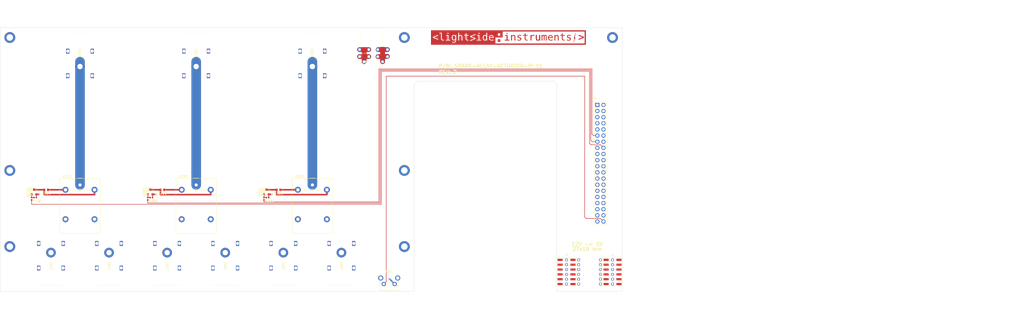
<source format=kicad_pcb>
(kicad_pcb (version 20171130) (host pcbnew 5.0.2+dfsg1-1)

  (general
    (thickness 1.6)
    (drawings 13)
    (tracks 143)
    (zones 0)
    (modules 42)
    (nets 24)
  )

  (page A4)
  (title_block
    (title "spark-relay-actuator-pi v.1 (Raspberry Pi extension relay actuator 6x outputs)")
    (date 2021-12-26)
    (rev 2)
    (company "Lightside Instruments AS")
  )

  (layers
    (0 F.Cu signal)
    (1 In1.Cu mixed)
    (2 In2.Cu mixed)
    (31 B.Cu signal)
    (32 B.Adhes user)
    (33 F.Adhes user)
    (34 B.Paste user)
    (35 F.Paste user)
    (36 B.SilkS user)
    (37 F.SilkS user)
    (38 B.Mask user)
    (39 F.Mask user)
    (40 Dwgs.User user)
    (41 Cmts.User user)
    (42 Eco1.User user)
    (43 Eco2.User user)
    (44 Edge.Cuts user)
    (45 Margin user)
    (46 B.CrtYd user)
    (47 F.CrtYd user)
    (48 B.Fab user)
    (49 F.Fab user)
  )

  (setup
    (last_trace_width 0.254)
    (user_trace_width 0.15)
    (user_trace_width 0.2)
    (user_trace_width 0.254)
    (user_trace_width 0.381)
    (user_trace_width 0.635)
    (trace_clearance 0.15)
    (zone_clearance 0.508)
    (zone_45_only no)
    (trace_min 0.15)
    (segment_width 0.12)
    (edge_width 0.12)
    (via_size 0.6)
    (via_drill 0.4)
    (via_min_size 0.4)
    (via_min_drill 0.3)
    (uvia_size 0.3)
    (uvia_drill 0.1)
    (uvias_allowed no)
    (uvia_min_size 0.2)
    (uvia_min_drill 0.1)
    (pcb_text_width 0.3)
    (pcb_text_size 1.5 1.5)
    (mod_edge_width 0.15)
    (mod_text_size 1 1)
    (mod_text_width 0.15)
    (pad_size 4.5 4.5)
    (pad_drill 2.7)
    (pad_to_mask_clearance 0)
    (solder_mask_min_width 0.25)
    (aux_axis_origin 16 41)
    (visible_elements FFFFFF7B)
    (pcbplotparams
      (layerselection 0x3ffff_ffffffff)
      (usegerberextensions false)
      (usegerberattributes false)
      (usegerberadvancedattributes false)
      (creategerberjobfile false)
      (excludeedgelayer true)
      (linewidth 0.100000)
      (plotframeref false)
      (viasonmask false)
      (mode 1)
      (useauxorigin false)
      (hpglpennumber 1)
      (hpglpenspeed 20)
      (hpglpendiameter 15.000000)
      (psnegative false)
      (psa4output false)
      (plotreference true)
      (plotvalue true)
      (plotinvisibletext false)
      (padsonsilk false)
      (subtractmaskfromsilk false)
      (outputformat 1)
      (mirror false)
      (drillshape 0)
      (scaleselection 1)
      (outputdirectory "gerbers/"))
  )

  (net 0 "")
  (net 1 GND)
  (net 2 +5V)
  (net 3 SYS_DCIN)
  (net 4 "Net-(D301-Pad2)")
  (net 5 "Net-(J301-Pad1)")
  (net 6 "Net-(Q301-Pad1)")
  (net 7 +3V3)
  (net 8 PORT3)
  (net 9 PORT2)
  (net 10 PORT1)
  (net 11 RESET_BTN)
  (net 12 "Net-(J302-Pad1)")
  (net 13 IN3)
  (net 14 "Net-(D101-Pad2)")
  (net 15 "Net-(D201-Pad2)")
  (net 16 "Net-(J101-Pad1)")
  (net 17 "Net-(J102-Pad1)")
  (net 18 IN1)
  (net 19 "Net-(J201-Pad1)")
  (net 20 "Net-(J202-Pad1)")
  (net 21 IN2)
  (net 22 "Net-(Q101-Pad1)")
  (net 23 "Net-(Q201-Pad1)")

  (net_class Default "This is the default net class."
    (clearance 0.15)
    (trace_width 0.254)
    (via_dia 0.6)
    (via_drill 0.4)
    (uvia_dia 0.3)
    (uvia_drill 0.1)
    (add_net +3V3)
    (add_net IN1)
    (add_net IN2)
    (add_net IN3)
    (add_net "Net-(D101-Pad2)")
    (add_net "Net-(D201-Pad2)")
    (add_net "Net-(D301-Pad2)")
    (add_net "Net-(J101-Pad1)")
    (add_net "Net-(J102-Pad1)")
    (add_net "Net-(J201-Pad1)")
    (add_net "Net-(J202-Pad1)")
    (add_net "Net-(J301-Pad1)")
    (add_net "Net-(J302-Pad1)")
    (add_net "Net-(Q101-Pad1)")
    (add_net "Net-(Q201-Pad1)")
    (add_net "Net-(Q301-Pad1)")
    (add_net PORT1)
    (add_net PORT2)
    (add_net PORT3)
    (add_net RESET_BTN)
    (add_net SYS_DCIN)
  )

  (net_class Power ""
    (clearance 0.1778)
    (trace_width 0.254)
    (via_dia 0.6)
    (via_drill 0.4)
    (uvia_dia 0.3)
    (uvia_drill 0.1)
    (add_net +5V)
    (add_net GND)
  )

  (net_class Thin ""
    (clearance 0.15)
    (trace_width 0.15)
    (via_dia 0.6)
    (via_drill 0.4)
    (uvia_dia 0.3)
    (uvia_drill 0.1)
  )

  (module spark:Hole_2.5MM (layer F.Cu) (tedit 61C49B2D) (tstamp 61C7E0C6)
    (at 189.75 103.25)
    (fp_text reference REF** (at 0 0.5) (layer F.SilkS) hide
      (effects (font (size 1 1) (thickness 0.15)))
    )
    (fp_text value Hole_2.5MM (at 0 -0.5) (layer F.Fab) hide
      (effects (font (size 1 1) (thickness 0.15)))
    )
    (pad 1 thru_hole circle (at -169.75 -3.25) (size 4.5 4.5) (drill 2.7) (layers *.Cu *.Mask))
  )

  (module spark:Hole_2.5MM (layer F.Cu) (tedit 61C757DF) (tstamp 61C75839)
    (at 438.75 48.75)
    (fp_text reference REF** (at 0 0.5) (layer F.SilkS) hide
      (effects (font (size 1 1) (thickness 0.15)))
    )
    (fp_text value Hole_2.5MM (at 0 -0.5) (layer F.Fab) hide
      (effects (font (size 1 1) (thickness 0.15)))
    )
    (pad 1 thru_hole circle (at -169.75 -3.75) (size 4.5 4.5) (drill 2.7) (layers *.Cu *.Mask))
  )

  (module spark:Hole_2.5MM (layer F.Cu) (tedit 61C757DF) (tstamp 61C757CC)
    (at 352.75 48.75)
    (fp_text reference REF** (at 0 0.5) (layer F.SilkS) hide
      (effects (font (size 1 1) (thickness 0.15)))
    )
    (fp_text value Hole_2.5MM (at 0 -0.5) (layer F.Fab) hide
      (effects (font (size 1 1) (thickness 0.15)))
    )
    (pad 1 thru_hole circle (at -169.75 -3.75) (size 4.5 4.5) (drill 2.7) (layers *.Cu *.Mask))
  )

  (module spark:Hole_2.5MM (layer F.Cu) (tedit 61C49B2D) (tstamp 61C7B1F7)
    (at 189.75 48.25)
    (fp_text reference REF** (at 0 0.5) (layer F.SilkS) hide
      (effects (font (size 1 1) (thickness 0.15)))
    )
    (fp_text value Hole_2.5MM (at 0 -0.5) (layer F.Fab) hide
      (effects (font (size 1 1) (thickness 0.15)))
    )
    (pad 1 thru_hole circle (at -169.75 -3.25) (size 4.5 4.5) (drill 2.7) (layers *.Cu *.Mask))
  )

  (module Diode_SMD:D_0603_1608Metric (layer F.Cu) (tedit 61C52E59) (tstamp 61C52E0C)
    (at 131 108 180)
    (descr "Diode SMD 0603 (1608 Metric), square (rectangular) end terminal, IPC_7351 nominal, (Body size source: http://www.tortai-tech.com/upload/download/2011102023233369053.pdf), generated with kicad-footprint-generator")
    (tags diode)
    (path /611139D6)
    (attr smd)
    (fp_text reference D301 (at 0 -1.43 180) (layer F.SilkS)
      (effects (font (size 1 1) (thickness 0.15)))
    )
    (fp_text value D_Schottky (at 0 1.43 180) (layer F.Fab)
      (effects (font (size 1 1) (thickness 0.15)))
    )
    (fp_line (start 0.8 -0.4) (end -0.5 -0.4) (layer F.Fab) (width 0.1))
    (fp_line (start -0.5 -0.4) (end -0.8 -0.1) (layer F.Fab) (width 0.1))
    (fp_line (start -0.8 -0.1) (end -0.8 0.4) (layer F.Fab) (width 0.1))
    (fp_line (start -0.8 0.4) (end 0.8 0.4) (layer F.Fab) (width 0.1))
    (fp_line (start 0.8 0.4) (end 0.8 -0.4) (layer F.Fab) (width 0.1))
    (fp_line (start 0.8 -0.735) (end -1.485 -0.735) (layer F.SilkS) (width 0.12))
    (fp_line (start -1.485 -0.735) (end -1.485 0.735) (layer F.SilkS) (width 0.12))
    (fp_line (start -1.485 0.735) (end 0.8 0.735) (layer F.SilkS) (width 0.12))
    (fp_line (start -1.48 0.73) (end -1.48 -0.73) (layer F.CrtYd) (width 0.05))
    (fp_line (start -1.48 -0.73) (end 1.48 -0.73) (layer F.CrtYd) (width 0.05))
    (fp_line (start 1.48 -0.73) (end 1.48 0.73) (layer F.CrtYd) (width 0.05))
    (fp_line (start 1.48 0.73) (end -1.48 0.73) (layer F.CrtYd) (width 0.05))
    (fp_text user %R (at 0 0 180) (layer F.Fab)
      (effects (font (size 0.4 0.4) (thickness 0.06)))
    )
    (pad 1 smd roundrect (at -0.7875 0 180) (size 0.875 0.95) (layers F.Cu F.Paste F.Mask) (roundrect_rratio 0.25)
      (net 3 SYS_DCIN))
    (pad 2 smd roundrect (at 0.7875 0 180) (size 0.875 0.95) (layers F.Cu F.Paste F.Mask) (roundrect_rratio 0.25)
      (net 4 "Net-(D301-Pad2)"))
    (model ${KISYS3DMOD}/Diode_SMD.3dshapes/D_0603_1608Metric.wrl
      (at (xyz 0 0 0))
      (scale (xyz 1 1 1))
      (rotate (xyz 0 0 0))
    )
  )

  (module Resistor_SMD:R_0402_1005Metric (layer F.Cu) (tedit 61C52E64) (tstamp 61C52DFE)
    (at 125 111.715354 90)
    (descr "Resistor SMD 0402 (1005 Metric), square (rectangular) end terminal, IPC_7351 nominal, (Body size source: http://www.tortai-tech.com/upload/download/2011102023233369053.pdf), generated with kicad-footprint-generator")
    (tags resistor)
    (path /611139EC)
    (attr smd)
    (fp_text reference R302 (at 3 -0.1 90) (layer F.SilkS)
      (effects (font (size 1 1) (thickness 0.15)))
    )
    (fp_text value 1K (at 0 1.17 90) (layer F.Fab)
      (effects (font (size 1 1) (thickness 0.15)))
    )
    (fp_line (start -0.5 0.25) (end -0.5 -0.25) (layer F.Fab) (width 0.1))
    (fp_line (start -0.5 -0.25) (end 0.5 -0.25) (layer F.Fab) (width 0.1))
    (fp_line (start 0.5 -0.25) (end 0.5 0.25) (layer F.Fab) (width 0.1))
    (fp_line (start 0.5 0.25) (end -0.5 0.25) (layer F.Fab) (width 0.1))
    (fp_line (start -0.93 0.47) (end -0.93 -0.47) (layer F.CrtYd) (width 0.05))
    (fp_line (start -0.93 -0.47) (end 0.93 -0.47) (layer F.CrtYd) (width 0.05))
    (fp_line (start 0.93 -0.47) (end 0.93 0.47) (layer F.CrtYd) (width 0.05))
    (fp_line (start 0.93 0.47) (end -0.93 0.47) (layer F.CrtYd) (width 0.05))
    (fp_text user %R (at 0 0 90) (layer F.Fab)
      (effects (font (size 0.25 0.25) (thickness 0.04)))
    )
    (pad 1 smd roundrect (at -0.485 0 90) (size 0.59 0.64) (layers F.Cu F.Paste F.Mask) (roundrect_rratio 0.25)
      (net 8 PORT3))
    (pad 2 smd roundrect (at 0.485 0 90) (size 0.59 0.64) (layers F.Cu F.Paste F.Mask) (roundrect_rratio 0.25)
      (net 6 "Net-(Q301-Pad1)"))
    (model ${KISYS3DMOD}/Resistor_SMD.3dshapes/R_0402_1005Metric.wrl
      (at (xyz 0 0 0))
      (scale (xyz 1 1 1))
      (rotate (xyz 0 0 0))
    )
  )

  (module Package_TO_SOT_SMD:SOT-23 (layer F.Cu) (tedit 61C52E4D) (tstamp 61C52DE5)
    (at 126 108.915354 90)
    (descr "SOT-23, Standard")
    (tags SOT-23)
    (path /611139BC)
    (attr smd)
    (fp_text reference Q301 (at 0 -2.5 90) (layer F.SilkS)
      (effects (font (size 1 1) (thickness 0.15)))
    )
    (fp_text value BS870 (at 0 2.5 90) (layer F.Fab)
      (effects (font (size 1 1) (thickness 0.15)))
    )
    (fp_text user %R (at 0 0 180) (layer F.Fab)
      (effects (font (size 0.5 0.5) (thickness 0.075)))
    )
    (fp_line (start -0.7 -0.95) (end -0.7 1.5) (layer F.Fab) (width 0.1))
    (fp_line (start -0.15 -1.52) (end 0.7 -1.52) (layer F.Fab) (width 0.1))
    (fp_line (start -0.7 -0.95) (end -0.15 -1.52) (layer F.Fab) (width 0.1))
    (fp_line (start 0.7 -1.52) (end 0.7 1.52) (layer F.Fab) (width 0.1))
    (fp_line (start -0.7 1.52) (end 0.7 1.52) (layer F.Fab) (width 0.1))
    (fp_line (start 0.76 1.58) (end 0.76 0.65) (layer F.SilkS) (width 0.12))
    (fp_line (start 0.76 -1.58) (end 0.76 -0.65) (layer F.SilkS) (width 0.12))
    (fp_line (start -1.7 -1.75) (end 1.7 -1.75) (layer F.CrtYd) (width 0.05))
    (fp_line (start 1.7 -1.75) (end 1.7 1.75) (layer F.CrtYd) (width 0.05))
    (fp_line (start 1.7 1.75) (end -1.7 1.75) (layer F.CrtYd) (width 0.05))
    (fp_line (start -1.7 1.75) (end -1.7 -1.75) (layer F.CrtYd) (width 0.05))
    (fp_line (start 0.76 -1.58) (end -1.4 -1.58) (layer F.SilkS) (width 0.12))
    (fp_line (start 0.76 1.58) (end -0.7 1.58) (layer F.SilkS) (width 0.12))
    (pad 1 smd rect (at -1 -0.95 90) (size 0.9 0.8) (layers F.Cu F.Paste F.Mask)
      (net 6 "Net-(Q301-Pad1)"))
    (pad 2 smd rect (at -1 0.95 90) (size 0.9 0.8) (layers F.Cu F.Paste F.Mask)
      (net 1 GND))
    (pad 3 smd rect (at 1 0 90) (size 0.9 0.8) (layers F.Cu F.Paste F.Mask)
      (net 4 "Net-(D301-Pad2)"))
    (model ${KISYS3DMOD}/Package_TO_SOT_SMD.3dshapes/SOT-23.wrl
      (at (xyz 0 0 0))
      (scale (xyz 1 1 1))
      (rotate (xyz 0 0 0))
    )
  )

  (module Resistor_SMD:R_0402_1005Metric (layer F.Cu) (tedit 61C52E6D) (tstamp 61C52DCD)
    (at 126.5 111.215354)
    (descr "Resistor SMD 0402 (1005 Metric), square (rectangular) end terminal, IPC_7351 nominal, (Body size source: http://www.tortai-tech.com/upload/download/2011102023233369053.pdf), generated with kicad-footprint-generator")
    (tags resistor)
    (path /611139C9)
    (attr smd)
    (fp_text reference R301 (at 0.8 1.4) (layer F.SilkS)
      (effects (font (size 1 1) (thickness 0.15)))
    )
    (fp_text value 10K (at 0 1.17) (layer F.Fab)
      (effects (font (size 1 1) (thickness 0.15)))
    )
    (fp_line (start -0.5 0.25) (end -0.5 -0.25) (layer F.Fab) (width 0.1))
    (fp_line (start -0.5 -0.25) (end 0.5 -0.25) (layer F.Fab) (width 0.1))
    (fp_line (start 0.5 -0.25) (end 0.5 0.25) (layer F.Fab) (width 0.1))
    (fp_line (start 0.5 0.25) (end -0.5 0.25) (layer F.Fab) (width 0.1))
    (fp_line (start -0.93 0.47) (end -0.93 -0.47) (layer F.CrtYd) (width 0.05))
    (fp_line (start -0.93 -0.47) (end 0.93 -0.47) (layer F.CrtYd) (width 0.05))
    (fp_line (start 0.93 -0.47) (end 0.93 0.47) (layer F.CrtYd) (width 0.05))
    (fp_line (start 0.93 0.47) (end -0.93 0.47) (layer F.CrtYd) (width 0.05))
    (fp_text user %R (at 0 0) (layer F.Fab)
      (effects (font (size 0.25 0.25) (thickness 0.04)))
    )
    (pad 1 smd roundrect (at -0.485 0) (size 0.59 0.64) (layers F.Cu F.Paste F.Mask) (roundrect_rratio 0.25)
      (net 6 "Net-(Q301-Pad1)"))
    (pad 2 smd roundrect (at 0.485 0) (size 0.59 0.64) (layers F.Cu F.Paste F.Mask) (roundrect_rratio 0.25)
      (net 1 GND))
    (model ${KISYS3DMOD}/Resistor_SMD.3dshapes/R_0402_1005Metric.wrl
      (at (xyz 0 0 0))
      (scale (xyz 1 1 1))
      (rotate (xyz 0 0 0))
    )
  )

  (module Diode_SMD:D_0603_1608Metric (layer F.Cu) (tedit 61C52E1E) (tstamp 61C52E0C)
    (at 83 108 180)
    (descr "Diode SMD 0603 (1608 Metric), square (rectangular) end terminal, IPC_7351 nominal, (Body size source: http://www.tortai-tech.com/upload/download/2011102023233369053.pdf), generated with kicad-footprint-generator")
    (tags diode)
    (path /610F9ECB)
    (attr smd)
    (fp_text reference D201 (at 0 -1.43 180) (layer F.SilkS)
      (effects (font (size 1 1) (thickness 0.15)))
    )
    (fp_text value D_Schottky (at 0 1.43 180) (layer F.Fab)
      (effects (font (size 1 1) (thickness 0.15)))
    )
    (fp_line (start 0.8 -0.4) (end -0.5 -0.4) (layer F.Fab) (width 0.1))
    (fp_line (start -0.5 -0.4) (end -0.8 -0.1) (layer F.Fab) (width 0.1))
    (fp_line (start -0.8 -0.1) (end -0.8 0.4) (layer F.Fab) (width 0.1))
    (fp_line (start -0.8 0.4) (end 0.8 0.4) (layer F.Fab) (width 0.1))
    (fp_line (start 0.8 0.4) (end 0.8 -0.4) (layer F.Fab) (width 0.1))
    (fp_line (start 0.8 -0.735) (end -1.485 -0.735) (layer F.SilkS) (width 0.12))
    (fp_line (start -1.485 -0.735) (end -1.485 0.735) (layer F.SilkS) (width 0.12))
    (fp_line (start -1.485 0.735) (end 0.8 0.735) (layer F.SilkS) (width 0.12))
    (fp_line (start -1.48 0.73) (end -1.48 -0.73) (layer F.CrtYd) (width 0.05))
    (fp_line (start -1.48 -0.73) (end 1.48 -0.73) (layer F.CrtYd) (width 0.05))
    (fp_line (start 1.48 -0.73) (end 1.48 0.73) (layer F.CrtYd) (width 0.05))
    (fp_line (start 1.48 0.73) (end -1.48 0.73) (layer F.CrtYd) (width 0.05))
    (fp_text user %R (at 0 0 180) (layer F.Fab)
      (effects (font (size 0.4 0.4) (thickness 0.06)))
    )
    (pad 1 smd roundrect (at -0.7875 0 180) (size 0.875 0.95) (layers F.Cu F.Paste F.Mask) (roundrect_rratio 0.25)
      (net 3 SYS_DCIN))
    (pad 2 smd roundrect (at 0.7875 0 180) (size 0.875 0.95) (layers F.Cu F.Paste F.Mask) (roundrect_rratio 0.25)
      (net 15 "Net-(D201-Pad2)"))
    (model ${KISYS3DMOD}/Diode_SMD.3dshapes/D_0603_1608Metric.wrl
      (at (xyz 0 0 0))
      (scale (xyz 1 1 1))
      (rotate (xyz 0 0 0))
    )
  )

  (module Resistor_SMD:R_0402_1005Metric (layer F.Cu) (tedit 61C52E2A) (tstamp 61C52DFE)
    (at 77 111.715354 90)
    (descr "Resistor SMD 0402 (1005 Metric), square (rectangular) end terminal, IPC_7351 nominal, (Body size source: http://www.tortai-tech.com/upload/download/2011102023233369053.pdf), generated with kicad-footprint-generator")
    (tags resistor)
    (path /610F9EE1)
    (attr smd)
    (fp_text reference R202 (at 3 -0.1 90) (layer F.SilkS)
      (effects (font (size 1 1) (thickness 0.15)))
    )
    (fp_text value 1K (at 0 1.17 90) (layer F.Fab)
      (effects (font (size 1 1) (thickness 0.15)))
    )
    (fp_line (start -0.5 0.25) (end -0.5 -0.25) (layer F.Fab) (width 0.1))
    (fp_line (start -0.5 -0.25) (end 0.5 -0.25) (layer F.Fab) (width 0.1))
    (fp_line (start 0.5 -0.25) (end 0.5 0.25) (layer F.Fab) (width 0.1))
    (fp_line (start 0.5 0.25) (end -0.5 0.25) (layer F.Fab) (width 0.1))
    (fp_line (start -0.93 0.47) (end -0.93 -0.47) (layer F.CrtYd) (width 0.05))
    (fp_line (start -0.93 -0.47) (end 0.93 -0.47) (layer F.CrtYd) (width 0.05))
    (fp_line (start 0.93 -0.47) (end 0.93 0.47) (layer F.CrtYd) (width 0.05))
    (fp_line (start 0.93 0.47) (end -0.93 0.47) (layer F.CrtYd) (width 0.05))
    (fp_text user %R (at 0 0 90) (layer F.Fab)
      (effects (font (size 0.25 0.25) (thickness 0.04)))
    )
    (pad 1 smd roundrect (at -0.485 0 90) (size 0.59 0.64) (layers F.Cu F.Paste F.Mask) (roundrect_rratio 0.25)
      (net 9 PORT2))
    (pad 2 smd roundrect (at 0.485 0 90) (size 0.59 0.64) (layers F.Cu F.Paste F.Mask) (roundrect_rratio 0.25)
      (net 23 "Net-(Q201-Pad1)"))
    (model ${KISYS3DMOD}/Resistor_SMD.3dshapes/R_0402_1005Metric.wrl
      (at (xyz 0 0 0))
      (scale (xyz 1 1 1))
      (rotate (xyz 0 0 0))
    )
  )

  (module Package_TO_SOT_SMD:SOT-23 (layer F.Cu) (tedit 61C52E0E) (tstamp 61C52DE5)
    (at 78 108.915354 90)
    (descr "SOT-23, Standard")
    (tags SOT-23)
    (path /610F9EB1)
    (attr smd)
    (fp_text reference Q201 (at 0 -2.5 90) (layer F.SilkS)
      (effects (font (size 1 1) (thickness 0.15)))
    )
    (fp_text value BS870 (at 0 2.5 90) (layer F.Fab)
      (effects (font (size 1 1) (thickness 0.15)))
    )
    (fp_text user %R (at 0 0 180) (layer F.Fab)
      (effects (font (size 0.5 0.5) (thickness 0.075)))
    )
    (fp_line (start -0.7 -0.95) (end -0.7 1.5) (layer F.Fab) (width 0.1))
    (fp_line (start -0.15 -1.52) (end 0.7 -1.52) (layer F.Fab) (width 0.1))
    (fp_line (start -0.7 -0.95) (end -0.15 -1.52) (layer F.Fab) (width 0.1))
    (fp_line (start 0.7 -1.52) (end 0.7 1.52) (layer F.Fab) (width 0.1))
    (fp_line (start -0.7 1.52) (end 0.7 1.52) (layer F.Fab) (width 0.1))
    (fp_line (start 0.76 1.58) (end 0.76 0.65) (layer F.SilkS) (width 0.12))
    (fp_line (start 0.76 -1.58) (end 0.76 -0.65) (layer F.SilkS) (width 0.12))
    (fp_line (start -1.7 -1.75) (end 1.7 -1.75) (layer F.CrtYd) (width 0.05))
    (fp_line (start 1.7 -1.75) (end 1.7 1.75) (layer F.CrtYd) (width 0.05))
    (fp_line (start 1.7 1.75) (end -1.7 1.75) (layer F.CrtYd) (width 0.05))
    (fp_line (start -1.7 1.75) (end -1.7 -1.75) (layer F.CrtYd) (width 0.05))
    (fp_line (start 0.76 -1.58) (end -1.4 -1.58) (layer F.SilkS) (width 0.12))
    (fp_line (start 0.76 1.58) (end -0.7 1.58) (layer F.SilkS) (width 0.12))
    (pad 1 smd rect (at -1 -0.95 90) (size 0.9 0.8) (layers F.Cu F.Paste F.Mask)
      (net 23 "Net-(Q201-Pad1)"))
    (pad 2 smd rect (at -1 0.95 90) (size 0.9 0.8) (layers F.Cu F.Paste F.Mask)
      (net 1 GND))
    (pad 3 smd rect (at 1 0 90) (size 0.9 0.8) (layers F.Cu F.Paste F.Mask)
      (net 15 "Net-(D201-Pad2)"))
    (model ${KISYS3DMOD}/Package_TO_SOT_SMD.3dshapes/SOT-23.wrl
      (at (xyz 0 0 0))
      (scale (xyz 1 1 1))
      (rotate (xyz 0 0 0))
    )
  )

  (module Resistor_SMD:R_0402_1005Metric (layer F.Cu) (tedit 61C52E35) (tstamp 61C52DCD)
    (at 78.5 111.215354)
    (descr "Resistor SMD 0402 (1005 Metric), square (rectangular) end terminal, IPC_7351 nominal, (Body size source: http://www.tortai-tech.com/upload/download/2011102023233369053.pdf), generated with kicad-footprint-generator")
    (tags resistor)
    (path /610F9EBE)
    (attr smd)
    (fp_text reference R201 (at 0.8 1.4) (layer F.SilkS)
      (effects (font (size 1 1) (thickness 0.15)))
    )
    (fp_text value 10K (at 0 1.17) (layer F.Fab)
      (effects (font (size 1 1) (thickness 0.15)))
    )
    (fp_line (start -0.5 0.25) (end -0.5 -0.25) (layer F.Fab) (width 0.1))
    (fp_line (start -0.5 -0.25) (end 0.5 -0.25) (layer F.Fab) (width 0.1))
    (fp_line (start 0.5 -0.25) (end 0.5 0.25) (layer F.Fab) (width 0.1))
    (fp_line (start 0.5 0.25) (end -0.5 0.25) (layer F.Fab) (width 0.1))
    (fp_line (start -0.93 0.47) (end -0.93 -0.47) (layer F.CrtYd) (width 0.05))
    (fp_line (start -0.93 -0.47) (end 0.93 -0.47) (layer F.CrtYd) (width 0.05))
    (fp_line (start 0.93 -0.47) (end 0.93 0.47) (layer F.CrtYd) (width 0.05))
    (fp_line (start 0.93 0.47) (end -0.93 0.47) (layer F.CrtYd) (width 0.05))
    (fp_text user %R (at 0 0) (layer F.Fab)
      (effects (font (size 0.25 0.25) (thickness 0.04)))
    )
    (pad 1 smd roundrect (at -0.485 0) (size 0.59 0.64) (layers F.Cu F.Paste F.Mask) (roundrect_rratio 0.25)
      (net 23 "Net-(Q201-Pad1)"))
    (pad 2 smd roundrect (at 0.485 0) (size 0.59 0.64) (layers F.Cu F.Paste F.Mask) (roundrect_rratio 0.25)
      (net 1 GND))
    (model ${KISYS3DMOD}/Resistor_SMD.3dshapes/R_0402_1005Metric.wrl
      (at (xyz 0 0 0))
      (scale (xyz 1 1 1))
      (rotate (xyz 0 0 0))
    )
  )

  (module spark:banana-plug-horizontal-black (layer F.Cu) (tedit 619F89CA) (tstamp 61C3F7C6)
    (at 133 134 90)
    (path /611139A1)
    (attr smd)
    (fp_text reference J301 (at -5.62 0.1 90) (layer F.SilkS)
      (effects (font (size 1 1) (thickness 0.15)))
    )
    (fp_text value Conn_01x01 (at -4.5 2.02 -90) (layer F.Fab)
      (effects (font (size 1 1) (thickness 0.15)))
    )
    (fp_line (start 5.5 6) (end 5.5 -6) (layer F.CrtYd) (width 0.05))
    (fp_line (start -27.5 6) (end 5.5 6) (layer F.CrtYd) (width 0.05))
    (fp_line (start -27.5 -6) (end -27.5 6) (layer F.CrtYd) (width 0.05))
    (fp_line (start -27.5 -6) (end 5.5 -6) (layer F.CrtYd) (width 0.05))
    (fp_line (start -13.5 -6) (end -13.5 6) (layer F.SilkS) (width 0.05))
    (fp_text user "PCB edge" (at -14.47 -0.24 180) (layer Cmts.User)
      (effects (font (size 1 1) (thickness 0.15)))
    )
    (pad 1 thru_hole circle (at 0 0 90) (size 4 4) (drill 2.2) (layers *.Cu *.Mask)
      (net 5 "Net-(J301-Pad1)"))
    (pad 1 thru_hole rect (at 3.8 -5.08 90) (size 2 1.3) (drill 1.2) (layers *.Cu *.Mask)
      (net 5 "Net-(J301-Pad1)"))
    (pad 1 thru_hole rect (at 3.8 5.08 90) (size 2 1.3) (drill 1.2) (layers *.Cu *.Mask)
      (net 5 "Net-(J301-Pad1)"))
    (pad 1 thru_hole rect (at -6.36 5.08 90) (size 2 1.3) (drill 1.2) (layers *.Cu *.Mask)
      (net 5 "Net-(J301-Pad1)"))
    (pad 1 thru_hole rect (at -6.36 -5.08 90) (size 2 1.3) (drill 1.2) (layers *.Cu *.Mask)
      (net 5 "Net-(J301-Pad1)"))
    (model ${KISYS3DMOD}/Connector.3dshapes/Pomona_Electronics_-_73099-0.step
      (offset (xyz -11 0 0))
      (scale (xyz 1 1 1))
      (rotate (xyz 0 0 180))
    )
  )

  (module spark:banana-plug-horizontal-black (layer F.Cu) (tedit 619F89CA) (tstamp 61C3F797)
    (at 145 57 270)
    (path /6232DB8B)
    (attr smd)
    (fp_text reference J303 (at -5.62 0.1 270) (layer F.SilkS)
      (effects (font (size 1 1) (thickness 0.15)))
    )
    (fp_text value Conn_01x01 (at -4.5 2.02 90) (layer F.Fab)
      (effects (font (size 1 1) (thickness 0.15)))
    )
    (fp_line (start 5.5 6) (end 5.5 -6) (layer F.CrtYd) (width 0.05))
    (fp_line (start -27.5 6) (end 5.5 6) (layer F.CrtYd) (width 0.05))
    (fp_line (start -27.5 -6) (end -27.5 6) (layer F.CrtYd) (width 0.05))
    (fp_line (start -27.5 -6) (end 5.5 -6) (layer F.CrtYd) (width 0.05))
    (fp_line (start -13.5 -6) (end -13.5 6) (layer F.SilkS) (width 0.05))
    (fp_text user "PCB edge" (at -14.47 -0.24) (layer Cmts.User)
      (effects (font (size 1 1) (thickness 0.15)))
    )
    (pad 1 thru_hole circle (at 0 0 270) (size 4 4) (drill 2.2) (layers *.Cu *.Mask)
      (net 13 IN3))
    (pad 1 thru_hole rect (at 3.8 -5.08 270) (size 2 1.3) (drill 1.2) (layers *.Cu *.Mask)
      (net 13 IN3))
    (pad 1 thru_hole rect (at 3.8 5.08 270) (size 2 1.3) (drill 1.2) (layers *.Cu *.Mask)
      (net 13 IN3))
    (pad 1 thru_hole rect (at -6.36 5.08 270) (size 2 1.3) (drill 1.2) (layers *.Cu *.Mask)
      (net 13 IN3))
    (pad 1 thru_hole rect (at -6.36 -5.08 270) (size 2 1.3) (drill 1.2) (layers *.Cu *.Mask)
      (net 13 IN3))
    (model ${KISYS3DMOD}/Connector.3dshapes/Pomona_Electronics_-_73099-0.step
      (offset (xyz -11 0 0))
      (scale (xyz 1 1 1))
      (rotate (xyz 0 0 180))
    )
  )

  (module spark:banana-plug-horizontal-black (layer F.Cu) (tedit 619F89CA) (tstamp 61C3F788)
    (at 157 134 90)
    (path /611139A8)
    (attr smd)
    (fp_text reference J302 (at -5.62 0.1 90) (layer F.SilkS)
      (effects (font (size 1 1) (thickness 0.15)))
    )
    (fp_text value Conn_01x01 (at -4.5 2.02 -90) (layer F.Fab)
      (effects (font (size 1 1) (thickness 0.15)))
    )
    (fp_line (start 5.5 6) (end 5.5 -6) (layer F.CrtYd) (width 0.05))
    (fp_line (start -27.5 6) (end 5.5 6) (layer F.CrtYd) (width 0.05))
    (fp_line (start -27.5 -6) (end -27.5 6) (layer F.CrtYd) (width 0.05))
    (fp_line (start -27.5 -6) (end 5.5 -6) (layer F.CrtYd) (width 0.05))
    (fp_line (start -13.5 -6) (end -13.5 6) (layer F.SilkS) (width 0.05))
    (fp_text user "PCB edge" (at -14.47 -0.24 180) (layer Cmts.User)
      (effects (font (size 1 1) (thickness 0.15)))
    )
    (pad 1 thru_hole circle (at 0 0 90) (size 4 4) (drill 2.2) (layers *.Cu *.Mask)
      (net 12 "Net-(J302-Pad1)"))
    (pad 1 thru_hole rect (at 3.8 -5.08 90) (size 2 1.3) (drill 1.2) (layers *.Cu *.Mask)
      (net 12 "Net-(J302-Pad1)"))
    (pad 1 thru_hole rect (at 3.8 5.08 90) (size 2 1.3) (drill 1.2) (layers *.Cu *.Mask)
      (net 12 "Net-(J302-Pad1)"))
    (pad 1 thru_hole rect (at -6.36 5.08 90) (size 2 1.3) (drill 1.2) (layers *.Cu *.Mask)
      (net 12 "Net-(J302-Pad1)"))
    (pad 1 thru_hole rect (at -6.36 -5.08 90) (size 2 1.3) (drill 1.2) (layers *.Cu *.Mask)
      (net 12 "Net-(J302-Pad1)"))
    (model ${KISYS3DMOD}/Connector.3dshapes/Pomona_Electronics_-_73099-0.step
      (offset (xyz -11 0 0))
      (scale (xyz 1 1 1))
      (rotate (xyz 0 0 180))
    )
  )

  (module Relay_THT:Relay_SPDT_Omron-G5LE-1 (layer F.Cu) (tedit 5AE38B37) (tstamp 61C3F736)
    (at 145 106)
    (descr "Omron Relay SPDT, http://www.omron.com/ecb/products/pdf/en-g5le.pdf")
    (tags "Omron Relay SPDT")
    (path /611139B5)
    (fp_text reference K301 (at -5.2 -3.5) (layer F.SilkS)
      (effects (font (size 1 1) (thickness 0.15)))
    )
    (fp_text value G5LE-1 (at 0 20.95) (layer F.Fab)
      (effects (font (size 1 1) (thickness 0.15)))
    )
    (fp_text user %R (at 0 8.7) (layer F.Fab)
      (effects (font (size 1 1) (thickness 0.15)))
    )
    (fp_line (start -8.5 20.2) (end 8.5 20.2) (layer F.CrtYd) (width 0.05))
    (fp_line (start -8.5 -2.8) (end -8.5 20.2) (layer F.CrtYd) (width 0.05))
    (fp_line (start 8.5 -2.8) (end -8.5 -2.8) (layer F.CrtYd) (width 0.05))
    (fp_line (start 8.5 20.2) (end 8.5 -2.8) (layer F.CrtYd) (width 0.05))
    (fp_line (start 1.35 2.2) (end 4.5 2.2) (layer F.SilkS) (width 0.12))
    (fp_line (start -4.5 2.2) (end -1.35 2.2) (layer F.SilkS) (width 0.12))
    (fp_line (start -1 -2.91) (end 1 -2.91) (layer F.SilkS) (width 0.12))
    (fp_line (start -0.35 2.8) (end 0.35 2.8) (layer F.SilkS) (width 0.12))
    (fp_line (start -0.35 1.6) (end -0.35 2.8) (layer F.SilkS) (width 0.12))
    (fp_line (start 0.35 1.6) (end -0.35 1.6) (layer F.SilkS) (width 0.12))
    (fp_line (start 0.35 2.8) (end 0.35 1.6) (layer F.SilkS) (width 0.12))
    (fp_line (start -0.35 2.4) (end 0.35 2) (layer F.SilkS) (width 0.12))
    (fp_line (start -8.35 20.05) (end 8.35 20.05) (layer F.SilkS) (width 0.12))
    (fp_line (start -8.35 -2.65) (end -8.35 20.05) (layer F.SilkS) (width 0.12))
    (fp_line (start 8.35 -2.65) (end -8.35 -2.65) (layer F.SilkS) (width 0.12))
    (fp_line (start 8.35 20.05) (end 8.35 -2.65) (layer F.SilkS) (width 0.12))
    (fp_line (start -4.5 2) (end 4.5 2) (layer F.Fab) (width 0.1))
    (fp_line (start -1 -2.55) (end 0 -1.55) (layer F.Fab) (width 0.1))
    (fp_line (start -8.25 -2.55) (end -1 -2.55) (layer F.Fab) (width 0.1))
    (fp_line (start -8.25 19.95) (end -8.25 -2.55) (layer F.Fab) (width 0.1))
    (fp_line (start 8.25 19.95) (end -8.25 19.95) (layer F.Fab) (width 0.1))
    (fp_line (start 8.25 -2.55) (end 8.25 19.95) (layer F.Fab) (width 0.1))
    (fp_line (start 1 -2.55) (end 8.25 -2.55) (layer F.Fab) (width 0.1))
    (fp_line (start 0 -1.55) (end 1 -2.55) (layer F.Fab) (width 0.1))
    (pad 5 thru_hole oval (at 6 2) (size 2.5 2.5) (drill 1.3) (layers *.Cu *.Mask)
      (net 4 "Net-(D301-Pad2)"))
    (pad 4 thru_hole oval (at 6 14.2) (size 2.5 2.5) (drill 1.3) (layers *.Cu *.Mask)
      (net 12 "Net-(J302-Pad1)"))
    (pad 3 thru_hole oval (at -6 14.2) (size 2.5 2.5) (drill 1.3) (layers *.Cu *.Mask)
      (net 5 "Net-(J301-Pad1)"))
    (pad 2 thru_hole oval (at -6 2) (size 2.5 2.5) (drill 1.3) (layers *.Cu *.Mask)
      (net 3 SYS_DCIN))
    (pad 1 thru_hole rect (at 0 0) (size 2.5 2.5) (drill 1.3) (layers *.Cu *.Mask)
      (net 13 IN3))
    (model ${KISYS3DMOD}/Relay_THT.3dshapes/Relay_SPDT_Omron-G5LE-1.wrl
      (at (xyz 0 0 0))
      (scale (xyz 1 1 1))
      (rotate (xyz 0 0 0))
    )
  )

  (module Relay_THT:Relay_SPDT_Omron-G5LE-1 (layer F.Cu) (tedit 5AE38B37) (tstamp 61C3F736)
    (at 97 106)
    (descr "Omron Relay SPDT, http://www.omron.com/ecb/products/pdf/en-g5le.pdf")
    (tags "Omron Relay SPDT")
    (path /610F9EAA)
    (fp_text reference K201 (at -5.2 -3.5) (layer F.SilkS)
      (effects (font (size 1 1) (thickness 0.15)))
    )
    (fp_text value G5LE-1 (at 0 20.95) (layer F.Fab)
      (effects (font (size 1 1) (thickness 0.15)))
    )
    (fp_text user %R (at 0 8.7) (layer F.Fab)
      (effects (font (size 1 1) (thickness 0.15)))
    )
    (fp_line (start -8.5 20.2) (end 8.5 20.2) (layer F.CrtYd) (width 0.05))
    (fp_line (start -8.5 -2.8) (end -8.5 20.2) (layer F.CrtYd) (width 0.05))
    (fp_line (start 8.5 -2.8) (end -8.5 -2.8) (layer F.CrtYd) (width 0.05))
    (fp_line (start 8.5 20.2) (end 8.5 -2.8) (layer F.CrtYd) (width 0.05))
    (fp_line (start 1.35 2.2) (end 4.5 2.2) (layer F.SilkS) (width 0.12))
    (fp_line (start -4.5 2.2) (end -1.35 2.2) (layer F.SilkS) (width 0.12))
    (fp_line (start -1 -2.91) (end 1 -2.91) (layer F.SilkS) (width 0.12))
    (fp_line (start -0.35 2.8) (end 0.35 2.8) (layer F.SilkS) (width 0.12))
    (fp_line (start -0.35 1.6) (end -0.35 2.8) (layer F.SilkS) (width 0.12))
    (fp_line (start 0.35 1.6) (end -0.35 1.6) (layer F.SilkS) (width 0.12))
    (fp_line (start 0.35 2.8) (end 0.35 1.6) (layer F.SilkS) (width 0.12))
    (fp_line (start -0.35 2.4) (end 0.35 2) (layer F.SilkS) (width 0.12))
    (fp_line (start -8.35 20.05) (end 8.35 20.05) (layer F.SilkS) (width 0.12))
    (fp_line (start -8.35 -2.65) (end -8.35 20.05) (layer F.SilkS) (width 0.12))
    (fp_line (start 8.35 -2.65) (end -8.35 -2.65) (layer F.SilkS) (width 0.12))
    (fp_line (start 8.35 20.05) (end 8.35 -2.65) (layer F.SilkS) (width 0.12))
    (fp_line (start -4.5 2) (end 4.5 2) (layer F.Fab) (width 0.1))
    (fp_line (start -1 -2.55) (end 0 -1.55) (layer F.Fab) (width 0.1))
    (fp_line (start -8.25 -2.55) (end -1 -2.55) (layer F.Fab) (width 0.1))
    (fp_line (start -8.25 19.95) (end -8.25 -2.55) (layer F.Fab) (width 0.1))
    (fp_line (start 8.25 19.95) (end -8.25 19.95) (layer F.Fab) (width 0.1))
    (fp_line (start 8.25 -2.55) (end 8.25 19.95) (layer F.Fab) (width 0.1))
    (fp_line (start 1 -2.55) (end 8.25 -2.55) (layer F.Fab) (width 0.1))
    (fp_line (start 0 -1.55) (end 1 -2.55) (layer F.Fab) (width 0.1))
    (pad 5 thru_hole oval (at 6 2) (size 2.5 2.5) (drill 1.3) (layers *.Cu *.Mask)
      (net 15 "Net-(D201-Pad2)"))
    (pad 4 thru_hole oval (at 6 14.2) (size 2.5 2.5) (drill 1.3) (layers *.Cu *.Mask)
      (net 20 "Net-(J202-Pad1)"))
    (pad 3 thru_hole oval (at -6 14.2) (size 2.5 2.5) (drill 1.3) (layers *.Cu *.Mask)
      (net 19 "Net-(J201-Pad1)"))
    (pad 2 thru_hole oval (at -6 2) (size 2.5 2.5) (drill 1.3) (layers *.Cu *.Mask)
      (net 3 SYS_DCIN))
    (pad 1 thru_hole rect (at 0 0) (size 2.5 2.5) (drill 1.3) (layers *.Cu *.Mask)
      (net 21 IN2))
    (model ${KISYS3DMOD}/Relay_THT.3dshapes/Relay_SPDT_Omron-G5LE-1.wrl
      (at (xyz 0 0 0))
      (scale (xyz 1 1 1))
      (rotate (xyz 0 0 0))
    )
  )

  (module spark:banana-plug-horizontal-black (layer F.Cu) (tedit 619F89CA) (tstamp 61C11FB4)
    (at 37 134 90)
    (path /6126A53B)
    (attr smd)
    (fp_text reference J101 (at -5.62 0.1 90) (layer F.SilkS)
      (effects (font (size 1 1) (thickness 0.15)))
    )
    (fp_text value Conn_01x01 (at -4.5 2.02 -90) (layer F.Fab)
      (effects (font (size 1 1) (thickness 0.15)))
    )
    (fp_line (start 5.5 6) (end 5.5 -6) (layer F.CrtYd) (width 0.05))
    (fp_line (start -27.5 6) (end 5.5 6) (layer F.CrtYd) (width 0.05))
    (fp_line (start -27.5 -6) (end -27.5 6) (layer F.CrtYd) (width 0.05))
    (fp_line (start -27.5 -6) (end 5.5 -6) (layer F.CrtYd) (width 0.05))
    (fp_line (start -13.5 -6) (end -13.5 6) (layer F.SilkS) (width 0.05))
    (fp_text user "PCB edge" (at -14.47 -0.24 180) (layer Cmts.User)
      (effects (font (size 1 1) (thickness 0.15)))
    )
    (pad 1 thru_hole circle (at 0 0 90) (size 4 4) (drill 2.2) (layers *.Cu *.Mask)
      (net 16 "Net-(J101-Pad1)"))
    (pad 1 thru_hole rect (at 3.8 -5.08 90) (size 2 1.3) (drill 1.2) (layers *.Cu *.Mask)
      (net 16 "Net-(J101-Pad1)"))
    (pad 1 thru_hole rect (at 3.8 5.08 90) (size 2 1.3) (drill 1.2) (layers *.Cu *.Mask)
      (net 16 "Net-(J101-Pad1)"))
    (pad 1 thru_hole rect (at -6.36 5.08 90) (size 2 1.3) (drill 1.2) (layers *.Cu *.Mask)
      (net 16 "Net-(J101-Pad1)"))
    (pad 1 thru_hole rect (at -6.36 -5.08 90) (size 2 1.3) (drill 1.2) (layers *.Cu *.Mask)
      (net 16 "Net-(J101-Pad1)"))
    (model ${KISYS3DMOD}/Connector.3dshapes/Pomona_Electronics_-_73099-0.step
      (offset (xyz -11 0 0))
      (scale (xyz 1 1 1))
      (rotate (xyz 0 0 180))
    )
  )

  (module Button_Switch_THT:SW_Tactile_SPST_Angled_PTS645Vx83-2LFS (layer F.Cu) (tedit 5A02FE31) (tstamp 5F0CCAB2)
    (at 179 147 180)
    (descr "tactile switch SPST right angle, PTS645VL83-2 LFS")
    (tags "tactile switch SPST angled PTS645VL83-2 LFS C&K Button")
    (path /5F0FFC29)
    (fp_text reference SW1 (at 2.2 5.1 180) (layer F.SilkS)
      (effects (font (size 1 1) (thickness 0.15)))
    )
    (fp_text value SW_Push (at 2.25 7 180) (layer F.Fab)
      (effects (font (size 1 1) (thickness 0.15)))
    )
    (fp_line (start 0.55 0.97) (end 3.95 0.97) (layer F.SilkS) (width 0.12))
    (fp_line (start -1.09 0.97) (end -0.55 0.97) (layer F.SilkS) (width 0.12))
    (fp_line (start 6.11 3.8) (end 6.11 4.31) (layer F.SilkS) (width 0.12))
    (fp_line (start 5.59 4.31) (end 6.11 4.31) (layer F.SilkS) (width 0.12))
    (fp_line (start 5.59 3.8) (end 5.59 4.31) (layer F.SilkS) (width 0.12))
    (fp_line (start 5.05 0.97) (end 5.59 0.97) (layer F.SilkS) (width 0.12))
    (fp_line (start -1.61 3.8) (end -1.61 4.31) (layer F.SilkS) (width 0.12))
    (fp_line (start -1.09 3.8) (end -1.09 4.31) (layer F.SilkS) (width 0.12))
    (fp_line (start 5.59 0.97) (end 5.59 1.2) (layer F.SilkS) (width 0.12))
    (fp_line (start -1.2 4.2) (end -1.2 0.86) (layer F.Fab) (width 0.1))
    (fp_line (start 5.7 4.2) (end 6 4.2) (layer F.Fab) (width 0.1))
    (fp_line (start -1.5 4.2) (end -1.5 -2.59) (layer F.Fab) (width 0.1))
    (fp_line (start -1.5 -2.59) (end 6 -2.59) (layer F.Fab) (width 0.1))
    (fp_line (start -1.61 -2.7) (end -1.61 1.2) (layer F.SilkS) (width 0.12))
    (fp_line (start -1.61 4.31) (end -1.09 4.31) (layer F.SilkS) (width 0.12))
    (fp_line (start 6.11 -2.7) (end 6.11 1.2) (layer F.SilkS) (width 0.12))
    (fp_line (start -1.61 -2.7) (end 6.11 -2.7) (layer F.SilkS) (width 0.12))
    (fp_line (start -2.5 4.45) (end -2.5 -2.8) (layer F.CrtYd) (width 0.05))
    (fp_line (start 7.05 4.45) (end -2.5 4.45) (layer F.CrtYd) (width 0.05))
    (fp_line (start 7.05 -2.8) (end 7.05 4.45) (layer F.CrtYd) (width 0.05))
    (fp_line (start -2.5 -2.8) (end 7.05 -2.8) (layer F.CrtYd) (width 0.05))
    (fp_line (start 6 4.2) (end 6 -2.59) (layer F.Fab) (width 0.1))
    (fp_line (start -1.2 0.86) (end 5.7 0.86) (layer F.Fab) (width 0.1))
    (fp_line (start -1.5 4.2) (end -1.2 4.2) (layer F.Fab) (width 0.1))
    (fp_line (start 5.7 4.2) (end 5.7 0.86) (layer F.Fab) (width 0.1))
    (fp_line (start -1.09 0.97) (end -1.09 1.2) (layer F.SilkS) (width 0.12))
    (fp_text user %R (at 2.25 1.68 180) (layer F.Fab)
      (effects (font (size 1 1) (thickness 0.15)))
    )
    (fp_line (start 0.5 -8.35) (end 4 -8.35) (layer F.Fab) (width 0.1))
    (fp_line (start 4 -8.35) (end 4 -2.59) (layer F.Fab) (width 0.1))
    (fp_line (start 0.5 -8.35) (end 0.5 -2.59) (layer F.Fab) (width 0.1))
    (pad "" thru_hole circle (at -1.25 2.49 180) (size 2.1 2.1) (drill 1.3) (layers *.Cu *.Mask))
    (pad 1 thru_hole circle (at 0 0 180) (size 1.75 1.75) (drill 0.99) (layers *.Cu *.Mask)
      (net 1 GND))
    (pad 2 thru_hole circle (at 4.5 0 180) (size 1.75 1.75) (drill 0.99) (layers *.Cu *.Mask)
      (net 11 RESET_BTN))
    (pad "" thru_hole circle (at 5.76 2.49 180) (size 2.1 2.1) (drill 1.3) (layers *.Cu *.Mask))
    (model ${KISYS3DMOD}/Button_Switch_THT.3dshapes/SW_Tactile_SPST_Angled_PTS645Vx83-2LFS.wrl
      (at (xyz 0 0 0))
      (scale (xyz 1 1 1))
      (rotate (xyz 0 0 0))
    )
  )

  (module spark:PJ1-021-SMT-TR (layer F.Cu) (tedit 619F7A55) (tstamp 61C0F656)
    (at 169 45)
    (descr "Surface-mount DC Barrel Jack, https://www.cuidevices.com/product/resource/pj1-021-smt-tr.pdf")
    (tags "Power Jack SMT")
    (path /5ECD19CB)
    (attr smd)
    (fp_text reference J10 (at -2.9 10.2) (layer F.SilkS)
      (effects (font (size 1 1) (thickness 0.15)))
    )
    (fp_text value Barrel_Jack (at 0.5 11.25) (layer F.Fab)
      (effects (font (size 1 1) (thickness 0.15)))
    )
    (fp_line (start -1.7 8.5) (end 4.1 8.5) (layer F.SilkS) (width 0.05))
    (fp_line (start 5 -4) (end 5 3.65) (layer F.SilkS) (width 0.05))
    (fp_line (start 5.25 3.65) (end 6.15 3.65) (layer F.CrtYd) (width 0.05))
    (fp_line (start 6.15 3.65) (end 6.15 9.25) (layer F.CrtYd) (width 0.05))
    (fp_line (start 5.25 -4.25) (end 5.25 3.65) (layer F.CrtYd) (width 0.05))
    (fp_line (start -4.25 9.25) (end 6.15 9.25) (layer F.CrtYd) (width 0.05))
    (fp_line (start -4.25 -4.25) (end -4.25 9.25) (layer F.CrtYd) (width 0.05))
    (fp_line (start -4.25 -4.25) (end 5.25 -4.25) (layer F.CrtYd) (width 0.05))
    (fp_text user %R (at 1.16 -1.91) (layer F.Fab)
      (effects (font (size 1 1) (thickness 0.15)))
    )
    (fp_line (start -4 -4) (end -4 8.5) (layer F.SilkS) (width 0.05))
    (fp_line (start -4 -4) (end 5 -4) (layer F.SilkS) (width 0.05))
    (fp_line (start -3.73 8.3) (end -3.73 6.56) (layer F.SilkS) (width 0.12))
    (fp_line (start -3.73 6.56) (end -1.99 6.56) (layer F.SilkS) (width 0.12))
    (pad 3 smd rect (at 5 7.9) (size 1.8 2.2) (layers F.Cu F.Paste F.Mask)
      (net 1 GND))
    (pad 2 smd rect (at 5 5) (size 1.8 2.2) (layers F.Cu F.Paste F.Mask)
      (net 1 GND))
    (pad 1 smd rect (at -2.6 7.9) (size 1.8 2.2) (layers F.Cu F.Paste F.Mask)
      (net 3 SYS_DCIN))
    (pad "" np_thru_hole circle (at -1.5 0) (size 1.3 1.3) (drill 1.3) (layers *.Cu *.Mask))
    (pad "" np_thru_hole circle (at 2.5 0) (size 1.3 1.3) (drill 1.3) (layers *.Cu *.Mask))
    (model ${KISYS3DMOD}/Connector_BarrelJack.3dshapes/CUI_DEVICES_PJ1-021-SMT-TR.step
      (offset (xyz 0.5 4 0))
      (scale (xyz 1 1 1))
      (rotate (xyz 90 180 0))
    )
  )

  (module Resistor_SMD:R_0402_1005Metric (layer F.Cu) (tedit 5B301BBD) (tstamp 610DC0D3)
    (at 29 111.715354 90)
    (descr "Resistor SMD 0402 (1005 Metric), square (rectangular) end terminal, IPC_7351 nominal, (Body size source: http://www.tortai-tech.com/upload/download/2011102023233369053.pdf), generated with kicad-footprint-generator")
    (tags resistor)
    (path /610CBCBF)
    (attr smd)
    (fp_text reference R102 (at 3 -0.1 90) (layer F.SilkS)
      (effects (font (size 1 1) (thickness 0.15)))
    )
    (fp_text value 1K (at 0 1.17 90) (layer F.Fab)
      (effects (font (size 1 1) (thickness 0.15)))
    )
    (fp_text user %R (at 0 0 90) (layer F.Fab)
      (effects (font (size 0.25 0.25) (thickness 0.04)))
    )
    (fp_line (start 0.93 0.47) (end -0.93 0.47) (layer F.CrtYd) (width 0.05))
    (fp_line (start 0.93 -0.47) (end 0.93 0.47) (layer F.CrtYd) (width 0.05))
    (fp_line (start -0.93 -0.47) (end 0.93 -0.47) (layer F.CrtYd) (width 0.05))
    (fp_line (start -0.93 0.47) (end -0.93 -0.47) (layer F.CrtYd) (width 0.05))
    (fp_line (start 0.5 0.25) (end -0.5 0.25) (layer F.Fab) (width 0.1))
    (fp_line (start 0.5 -0.25) (end 0.5 0.25) (layer F.Fab) (width 0.1))
    (fp_line (start -0.5 -0.25) (end 0.5 -0.25) (layer F.Fab) (width 0.1))
    (fp_line (start -0.5 0.25) (end -0.5 -0.25) (layer F.Fab) (width 0.1))
    (pad 2 smd roundrect (at 0.485 0 90) (size 0.59 0.64) (layers F.Cu F.Paste F.Mask) (roundrect_rratio 0.25)
      (net 22 "Net-(Q101-Pad1)"))
    (pad 1 smd roundrect (at -0.485 0 90) (size 0.59 0.64) (layers F.Cu F.Paste F.Mask) (roundrect_rratio 0.25)
      (net 10 PORT1))
    (model ${KISYS3DMOD}/Resistor_SMD.3dshapes/R_0402_1005Metric.wrl
      (at (xyz 0 0 0))
      (scale (xyz 1 1 1))
      (rotate (xyz 0 0 0))
    )
  )

  (module Relay_THT:Relay_SPDT_Omron-G5LE-1 (layer F.Cu) (tedit 5AE38B37) (tstamp 610DC0E1)
    (at 49 106)
    (descr "Omron Relay SPDT, http://www.omron.com/ecb/products/pdf/en-g5le.pdf")
    (tags "Omron Relay SPDT")
    (path /6109C266)
    (fp_text reference K101 (at -5.2 -3.5) (layer F.SilkS)
      (effects (font (size 1 1) (thickness 0.15)))
    )
    (fp_text value G5LE-1 (at 0 20.95) (layer F.Fab)
      (effects (font (size 1 1) (thickness 0.15)))
    )
    (fp_text user %R (at 0 8.7) (layer F.Fab)
      (effects (font (size 1 1) (thickness 0.15)))
    )
    (fp_line (start -8.5 20.2) (end 8.5 20.2) (layer F.CrtYd) (width 0.05))
    (fp_line (start -8.5 -2.8) (end -8.5 20.2) (layer F.CrtYd) (width 0.05))
    (fp_line (start 8.5 -2.8) (end -8.5 -2.8) (layer F.CrtYd) (width 0.05))
    (fp_line (start 8.5 20.2) (end 8.5 -2.8) (layer F.CrtYd) (width 0.05))
    (fp_line (start 1.35 2.2) (end 4.5 2.2) (layer F.SilkS) (width 0.12))
    (fp_line (start -4.5 2.2) (end -1.35 2.2) (layer F.SilkS) (width 0.12))
    (fp_line (start -1 -2.91) (end 1 -2.91) (layer F.SilkS) (width 0.12))
    (fp_line (start -0.35 2.8) (end 0.35 2.8) (layer F.SilkS) (width 0.12))
    (fp_line (start -0.35 1.6) (end -0.35 2.8) (layer F.SilkS) (width 0.12))
    (fp_line (start 0.35 1.6) (end -0.35 1.6) (layer F.SilkS) (width 0.12))
    (fp_line (start 0.35 2.8) (end 0.35 1.6) (layer F.SilkS) (width 0.12))
    (fp_line (start -0.35 2.4) (end 0.35 2) (layer F.SilkS) (width 0.12))
    (fp_line (start -8.35 20.05) (end 8.35 20.05) (layer F.SilkS) (width 0.12))
    (fp_line (start -8.35 -2.65) (end -8.35 20.05) (layer F.SilkS) (width 0.12))
    (fp_line (start 8.35 -2.65) (end -8.35 -2.65) (layer F.SilkS) (width 0.12))
    (fp_line (start 8.35 20.05) (end 8.35 -2.65) (layer F.SilkS) (width 0.12))
    (fp_line (start -4.5 2) (end 4.5 2) (layer F.Fab) (width 0.1))
    (fp_line (start -1 -2.55) (end 0 -1.55) (layer F.Fab) (width 0.1))
    (fp_line (start -8.25 -2.55) (end -1 -2.55) (layer F.Fab) (width 0.1))
    (fp_line (start -8.25 19.95) (end -8.25 -2.55) (layer F.Fab) (width 0.1))
    (fp_line (start 8.25 19.95) (end -8.25 19.95) (layer F.Fab) (width 0.1))
    (fp_line (start 8.25 -2.55) (end 8.25 19.95) (layer F.Fab) (width 0.1))
    (fp_line (start 1 -2.55) (end 8.25 -2.55) (layer F.Fab) (width 0.1))
    (fp_line (start 0 -1.55) (end 1 -2.55) (layer F.Fab) (width 0.1))
    (pad 5 thru_hole oval (at 6 2) (size 2.5 2.5) (drill 1.3) (layers *.Cu *.Mask)
      (net 14 "Net-(D101-Pad2)"))
    (pad 4 thru_hole oval (at 6 14.2) (size 2.5 2.5) (drill 1.3) (layers *.Cu *.Mask)
      (net 17 "Net-(J102-Pad1)"))
    (pad 3 thru_hole oval (at -6 14.2) (size 2.5 2.5) (drill 1.3) (layers *.Cu *.Mask)
      (net 16 "Net-(J101-Pad1)"))
    (pad 2 thru_hole oval (at -6 2) (size 2.5 2.5) (drill 1.3) (layers *.Cu *.Mask)
      (net 3 SYS_DCIN))
    (pad 1 thru_hole rect (at 0 0) (size 2.5 2.5) (drill 1.3) (layers *.Cu *.Mask)
      (net 18 IN1))
    (model ${KISYS3DMOD}/Relay_THT.3dshapes/Relay_SPDT_Omron-G5LE-1.wrl
      (at (xyz 0 0 0))
      (scale (xyz 1 1 1))
      (rotate (xyz 0 0 0))
    )
  )

  (module Package_TO_SOT_SMD:SOT-23 (layer F.Cu) (tedit 5A02FF57) (tstamp 610DC117)
    (at 30 108.915354 90)
    (descr "SOT-23, Standard")
    (tags SOT-23)
    (path /610B3890)
    (attr smd)
    (fp_text reference Q101 (at 0 -2.5 90) (layer F.SilkS)
      (effects (font (size 1 1) (thickness 0.15)))
    )
    (fp_text value BS870 (at 0 2.5 90) (layer F.Fab)
      (effects (font (size 1 1) (thickness 0.15)))
    )
    (fp_line (start 0.76 1.58) (end -0.7 1.58) (layer F.SilkS) (width 0.12))
    (fp_line (start 0.76 -1.58) (end -1.4 -1.58) (layer F.SilkS) (width 0.12))
    (fp_line (start -1.7 1.75) (end -1.7 -1.75) (layer F.CrtYd) (width 0.05))
    (fp_line (start 1.7 1.75) (end -1.7 1.75) (layer F.CrtYd) (width 0.05))
    (fp_line (start 1.7 -1.75) (end 1.7 1.75) (layer F.CrtYd) (width 0.05))
    (fp_line (start -1.7 -1.75) (end 1.7 -1.75) (layer F.CrtYd) (width 0.05))
    (fp_line (start 0.76 -1.58) (end 0.76 -0.65) (layer F.SilkS) (width 0.12))
    (fp_line (start 0.76 1.58) (end 0.76 0.65) (layer F.SilkS) (width 0.12))
    (fp_line (start -0.7 1.52) (end 0.7 1.52) (layer F.Fab) (width 0.1))
    (fp_line (start 0.7 -1.52) (end 0.7 1.52) (layer F.Fab) (width 0.1))
    (fp_line (start -0.7 -0.95) (end -0.15 -1.52) (layer F.Fab) (width 0.1))
    (fp_line (start -0.15 -1.52) (end 0.7 -1.52) (layer F.Fab) (width 0.1))
    (fp_line (start -0.7 -0.95) (end -0.7 1.5) (layer F.Fab) (width 0.1))
    (fp_text user %R (at 0 0 180) (layer F.Fab)
      (effects (font (size 0.5 0.5) (thickness 0.075)))
    )
    (pad 3 smd rect (at 1 0 90) (size 0.9 0.8) (layers F.Cu F.Paste F.Mask)
      (net 14 "Net-(D101-Pad2)"))
    (pad 2 smd rect (at -1 0.95 90) (size 0.9 0.8) (layers F.Cu F.Paste F.Mask)
      (net 1 GND))
    (pad 1 smd rect (at -1 -0.95 90) (size 0.9 0.8) (layers F.Cu F.Paste F.Mask)
      (net 22 "Net-(Q101-Pad1)"))
    (model ${KISYS3DMOD}/Package_TO_SOT_SMD.3dshapes/SOT-23.wrl
      (at (xyz 0 0 0))
      (scale (xyz 1 1 1))
      (rotate (xyz 0 0 0))
    )
  )

  (module Resistor_SMD:R_0402_1005Metric (layer F.Cu) (tedit 5B301BBD) (tstamp 610DC139)
    (at 30.5 111.215354)
    (descr "Resistor SMD 0402 (1005 Metric), square (rectangular) end terminal, IPC_7351 nominal, (Body size source: http://www.tortai-tech.com/upload/download/2011102023233369053.pdf), generated with kicad-footprint-generator")
    (tags resistor)
    (path /610B3D2C)
    (attr smd)
    (fp_text reference R101 (at 0.8 1.4) (layer F.SilkS)
      (effects (font (size 1 1) (thickness 0.15)))
    )
    (fp_text value 10K (at 0 1.17) (layer F.Fab)
      (effects (font (size 1 1) (thickness 0.15)))
    )
    (fp_text user %R (at 0 0) (layer F.Fab)
      (effects (font (size 0.25 0.25) (thickness 0.04)))
    )
    (fp_line (start 0.93 0.47) (end -0.93 0.47) (layer F.CrtYd) (width 0.05))
    (fp_line (start 0.93 -0.47) (end 0.93 0.47) (layer F.CrtYd) (width 0.05))
    (fp_line (start -0.93 -0.47) (end 0.93 -0.47) (layer F.CrtYd) (width 0.05))
    (fp_line (start -0.93 0.47) (end -0.93 -0.47) (layer F.CrtYd) (width 0.05))
    (fp_line (start 0.5 0.25) (end -0.5 0.25) (layer F.Fab) (width 0.1))
    (fp_line (start 0.5 -0.25) (end 0.5 0.25) (layer F.Fab) (width 0.1))
    (fp_line (start -0.5 -0.25) (end 0.5 -0.25) (layer F.Fab) (width 0.1))
    (fp_line (start -0.5 0.25) (end -0.5 -0.25) (layer F.Fab) (width 0.1))
    (pad 2 smd roundrect (at 0.485 0) (size 0.59 0.64) (layers F.Cu F.Paste F.Mask) (roundrect_rratio 0.25)
      (net 1 GND))
    (pad 1 smd roundrect (at -0.485 0) (size 0.59 0.64) (layers F.Cu F.Paste F.Mask) (roundrect_rratio 0.25)
      (net 22 "Net-(Q101-Pad1)"))
    (model ${KISYS3DMOD}/Resistor_SMD.3dshapes/R_0402_1005Metric.wrl
      (at (xyz 0 0 0))
      (scale (xyz 1 1 1))
      (rotate (xyz 0 0 0))
    )
  )

  (module Diode_SMD:D_0603_1608Metric (layer F.Cu) (tedit 5B301BBE) (tstamp 610DC147)
    (at 35 108 180)
    (descr "Diode SMD 0603 (1608 Metric), square (rectangular) end terminal, IPC_7351 nominal, (Body size source: http://www.tortai-tech.com/upload/download/2011102023233369053.pdf), generated with kicad-footprint-generator")
    (tags diode)
    (path /610B3E79)
    (attr smd)
    (fp_text reference D101 (at 0 -1.43 180) (layer F.SilkS)
      (effects (font (size 1 1) (thickness 0.15)))
    )
    (fp_text value D_Schottky (at 0 1.43 180) (layer F.Fab)
      (effects (font (size 1 1) (thickness 0.15)))
    )
    (fp_text user %R (at 0 0 180) (layer F.Fab)
      (effects (font (size 0.4 0.4) (thickness 0.06)))
    )
    (fp_line (start 1.48 0.73) (end -1.48 0.73) (layer F.CrtYd) (width 0.05))
    (fp_line (start 1.48 -0.73) (end 1.48 0.73) (layer F.CrtYd) (width 0.05))
    (fp_line (start -1.48 -0.73) (end 1.48 -0.73) (layer F.CrtYd) (width 0.05))
    (fp_line (start -1.48 0.73) (end -1.48 -0.73) (layer F.CrtYd) (width 0.05))
    (fp_line (start -1.485 0.735) (end 0.8 0.735) (layer F.SilkS) (width 0.12))
    (fp_line (start -1.485 -0.735) (end -1.485 0.735) (layer F.SilkS) (width 0.12))
    (fp_line (start 0.8 -0.735) (end -1.485 -0.735) (layer F.SilkS) (width 0.12))
    (fp_line (start 0.8 0.4) (end 0.8 -0.4) (layer F.Fab) (width 0.1))
    (fp_line (start -0.8 0.4) (end 0.8 0.4) (layer F.Fab) (width 0.1))
    (fp_line (start -0.8 -0.1) (end -0.8 0.4) (layer F.Fab) (width 0.1))
    (fp_line (start -0.5 -0.4) (end -0.8 -0.1) (layer F.Fab) (width 0.1))
    (fp_line (start 0.8 -0.4) (end -0.5 -0.4) (layer F.Fab) (width 0.1))
    (pad 2 smd roundrect (at 0.7875 0 180) (size 0.875 0.95) (layers F.Cu F.Paste F.Mask) (roundrect_rratio 0.25)
      (net 14 "Net-(D101-Pad2)"))
    (pad 1 smd roundrect (at -0.7875 0 180) (size 0.875 0.95) (layers F.Cu F.Paste F.Mask) (roundrect_rratio 0.25)
      (net 3 SYS_DCIN))
    (model ${KISYS3DMOD}/Diode_SMD.3dshapes/D_0603_1608Metric.wrl
      (at (xyz 0 0 0))
      (scale (xyz 1 1 1))
      (rotate (xyz 0 0 0))
    )
  )

  (module spark:mount_hole locked (layer F.Cu) (tedit 55217C7B) (tstamp 618E7C4F)
    (at 241 68 90)
    (descr "Mounting hole, 2,7mm")
    (fp_text reference "" (at 0 -4.0005 90) (layer F.SilkS) hide
      (effects (font (size 1 1) (thickness 0.15)))
    )
    (fp_text value "" (at 0.09906 3.59918 90) (layer F.Fab) hide
      (effects (font (size 1 1) (thickness 0.15)))
    )
    (fp_circle (center 0 0) (end 1.375 0) (layer F.Fab) (width 0.15))
    (fp_circle (center 0 0) (end 3.1 0) (layer F.Fab) (width 0.15))
    (fp_circle (center 0 0) (end 3.1 0) (layer B.Fab) (width 0.15))
    (fp_circle (center 0 0) (end 1.375 0) (layer B.Fab) (width 0.15))
    (fp_circle (center 0 0) (end 3.1 0) (layer F.CrtYd) (width 0.15))
    (fp_circle (center 0 0) (end 3.1 0) (layer B.CrtYd) (width 0.15))
    (pad "" np_thru_hole circle (at 0 0 90) (size 2.75 2.75) (drill 2.75) (layers *.Cu *.Mask)
      (solder_mask_margin 1.725) (clearance 1.725))
  )

  (module spark:mount_hole locked (layer F.Cu) (tedit 55217C7B) (tstamp 618E7C59)
    (at 241 126 90)
    (descr "Mounting hole, 2,7mm")
    (fp_text reference "" (at 0 -4.0005 90) (layer F.SilkS) hide
      (effects (font (size 1 1) (thickness 0.15)))
    )
    (fp_text value "" (at 0.09906 3.59918 90) (layer F.Fab) hide
      (effects (font (size 1 1) (thickness 0.15)))
    )
    (fp_circle (center 0 0) (end 1.375 0) (layer F.Fab) (width 0.15))
    (fp_circle (center 0 0) (end 3.1 0) (layer F.Fab) (width 0.15))
    (fp_circle (center 0 0) (end 3.1 0) (layer B.Fab) (width 0.15))
    (fp_circle (center 0 0) (end 1.375 0) (layer B.Fab) (width 0.15))
    (fp_circle (center 0 0) (end 3.1 0) (layer F.CrtYd) (width 0.15))
    (fp_circle (center 0 0) (end 3.1 0) (layer B.CrtYd) (width 0.15))
    (pad "" np_thru_hole circle (at 0 0 90) (size 2.75 2.75) (drill 2.75) (layers *.Cu *.Mask)
      (solder_mask_margin 1.725) (clearance 1.725))
  )

  (module spark:mount_hole locked (layer F.Cu) (tedit 55217C7B) (tstamp 6193AD03)
    (at 192 126 90)
    (descr "Mounting hole, 2,7mm")
    (fp_text reference "" (at 0 -4.0005 90) (layer F.SilkS) hide
      (effects (font (size 1 1) (thickness 0.15)))
    )
    (fp_text value "" (at 0.09906 3.59918 90) (layer F.Fab) hide
      (effects (font (size 1 1) (thickness 0.15)))
    )
    (fp_circle (center 0 0) (end 1.375 0) (layer F.Fab) (width 0.15))
    (fp_circle (center 0 0) (end 3.1 0) (layer F.Fab) (width 0.15))
    (fp_circle (center 0 0) (end 3.1 0) (layer B.Fab) (width 0.15))
    (fp_circle (center 0 0) (end 1.375 0) (layer B.Fab) (width 0.15))
    (fp_circle (center 0 0) (end 3.1 0) (layer F.CrtYd) (width 0.15))
    (fp_circle (center 0 0) (end 3.1 0) (layer B.CrtYd) (width 0.15))
    (pad "" np_thru_hole circle (at 0 0 90) (size 2.75 2.75) (drill 2.75) (layers *.Cu *.Mask)
      (solder_mask_margin 1.725) (clearance 1.725))
  )

  (module spark:mount_hole locked (layer F.Cu) (tedit 55217C7B) (tstamp 6193B832)
    (at 192 68 90)
    (descr "Mounting hole, 2,7mm")
    (fp_text reference "" (at 0 -4.0005 90) (layer F.SilkS) hide
      (effects (font (size 1 1) (thickness 0.15)))
    )
    (fp_text value "" (at 0.09906 3.59918 90) (layer F.Fab) hide
      (effects (font (size 1 1) (thickness 0.15)))
    )
    (fp_circle (center 0 0) (end 1.375 0) (layer F.Fab) (width 0.15))
    (fp_circle (center 0 0) (end 3.1 0) (layer F.Fab) (width 0.15))
    (fp_circle (center 0 0) (end 3.1 0) (layer B.Fab) (width 0.15))
    (fp_circle (center 0 0) (end 1.375 0) (layer B.Fab) (width 0.15))
    (fp_circle (center 0 0) (end 3.1 0) (layer F.CrtYd) (width 0.15))
    (fp_circle (center 0 0) (end 3.1 0) (layer B.CrtYd) (width 0.15))
    (pad "" np_thru_hole circle (at 0 0 90) (size 2.75 2.75) (drill 2.75) (layers *.Cu *.Mask)
      (solder_mask_margin 1.725) (clearance 1.725))
  )

  (module spark:mount_hole locked (layer F.Cu) (tedit 55217C7B) (tstamp 6193C25A)
    (at 264 126 90)
    (descr "Mounting hole, 2,7mm")
    (fp_text reference "" (at 0 -4.0005 90) (layer F.SilkS) hide
      (effects (font (size 1 1) (thickness 0.15)))
    )
    (fp_text value "" (at 0.09906 3.59918 90) (layer F.Fab) hide
      (effects (font (size 1 1) (thickness 0.15)))
    )
    (fp_circle (center 0 0) (end 1.375 0) (layer F.Fab) (width 0.15))
    (fp_circle (center 0 0) (end 3.1 0) (layer F.Fab) (width 0.15))
    (fp_circle (center 0 0) (end 3.1 0) (layer B.Fab) (width 0.15))
    (fp_circle (center 0 0) (end 1.375 0) (layer B.Fab) (width 0.15))
    (fp_circle (center 0 0) (end 3.1 0) (layer F.CrtYd) (width 0.15))
    (fp_circle (center 0 0) (end 3.1 0) (layer B.CrtYd) (width 0.15))
    (pad "" np_thru_hole circle (at 0 0 90) (size 2.75 2.75) (drill 2.75) (layers *.Cu *.Mask)
      (solder_mask_margin 1.725) (clearance 1.725))
  )

  (module spark:mount_hole locked (layer F.Cu) (tedit 55217C7B) (tstamp 61945FA6)
    (at 264 68 90)
    (descr "Mounting hole, 2,7mm")
    (fp_text reference "" (at 0 -4.0005 90) (layer F.SilkS) hide
      (effects (font (size 1 1) (thickness 0.15)))
    )
    (fp_text value "" (at 0.09906 3.59918 90) (layer F.Fab) hide
      (effects (font (size 1 1) (thickness 0.15)))
    )
    (fp_circle (center 0 0) (end 1.375 0) (layer F.Fab) (width 0.15))
    (fp_circle (center 0 0) (end 3.1 0) (layer F.Fab) (width 0.15))
    (fp_circle (center 0 0) (end 3.1 0) (layer B.Fab) (width 0.15))
    (fp_circle (center 0 0) (end 1.375 0) (layer B.Fab) (width 0.15))
    (fp_circle (center 0 0) (end 3.1 0) (layer F.CrtYd) (width 0.15))
    (fp_circle (center 0 0) (end 3.1 0) (layer B.CrtYd) (width 0.15))
    (pad "" np_thru_hole circle (at 0 0 90) (size 2.75 2.75) (drill 2.75) (layers *.Cu *.Mask)
      (solder_mask_margin 1.725) (clearance 1.725))
  )

  (module spark:PinHeader_2x20_P2.54mm_Vertical_1_04mm (layer F.Cu) (tedit 61B93D99) (tstamp 61A01701)
    (at 262.73 72.87)
    (descr "Through hole straight socket strip, 2x20, 2.54mm pitch, double cols (from Kicad 4.0.7), script generated")
    (tags "Through hole socket strip THT 2x20 2.54mm double row")
    (path /620FCC0A)
    (fp_text reference P5 (at -1.27 -2.77) (layer F.SilkS)
      (effects (font (size 1 1) (thickness 0.15)))
    )
    (fp_text value Raspberry_Pi_2_3 (at -1.27 51.03) (layer F.Fab)
      (effects (font (size 1 1) (thickness 0.15)))
    )
    (fp_line (start 3.81 -1.27) (end -0.27 -1.27) (layer F.Fab) (width 0.1))
    (fp_line (start -0.27 -1.27) (end -1.27 -0.27) (layer F.Fab) (width 0.1))
    (fp_line (start -1.27 -0.27) (end -1.27 49.53) (layer F.Fab) (width 0.1))
    (fp_line (start -1.27 49.53) (end 3.81 49.53) (layer F.Fab) (width 0.1))
    (fp_line (start 3.81 49.53) (end 3.81 -1.27) (layer F.Fab) (width 0.1))
    (fp_line (start 3.87 -1.33) (end 1.27 -1.33) (layer F.SilkS) (width 0.12))
    (fp_line (start 3.87 -1.33) (end 3.87 49.59) (layer F.SilkS) (width 0.12))
    (fp_line (start 3.87 49.59) (end -1.33 49.59) (layer F.SilkS) (width 0.12))
    (fp_line (start -1.33 1.27) (end -1.33 49.59) (layer F.SilkS) (width 0.12))
    (fp_line (start 1.27 1.27) (end -1.33 1.27) (layer F.SilkS) (width 0.12))
    (fp_line (start 1.27 -1.33) (end 1.27 1.27) (layer F.SilkS) (width 0.12))
    (fp_line (start -1.33 -1.33) (end -1.33 0) (layer F.SilkS) (width 0.12))
    (fp_line (start 0 -1.33) (end -1.33 -1.33) (layer F.SilkS) (width 0.12))
    (fp_line (start 4.34 -1.8) (end -1.76 -1.8) (layer F.CrtYd) (width 0.05))
    (fp_line (start -1.76 -1.8) (end -1.76 50) (layer F.CrtYd) (width 0.05))
    (fp_line (start -1.76 50) (end 4.34 50) (layer F.CrtYd) (width 0.05))
    (fp_line (start 4.34 50) (end 4.34 -1.8) (layer F.CrtYd) (width 0.05))
    (fp_text user %R (at 1.27 24.13 90) (layer F.Fab)
      (effects (font (size 1 1) (thickness 0.15)))
    )
    (pad 1 thru_hole rect (at 0 0) (size 1.7 1.7) (drill 1.04) (layers *.Cu *.Mask)
      (net 7 +3V3))
    (pad 2 thru_hole oval (at 2.54 0) (size 1.7 1.7) (drill 1.04) (layers *.Cu *.Mask)
      (net 2 +5V))
    (pad 3 thru_hole oval (at 0 2.54) (size 1.7 1.7) (drill 1.04) (layers *.Cu *.Mask))
    (pad 4 thru_hole oval (at 2.54 2.54) (size 1.7 1.7) (drill 1.04) (layers *.Cu *.Mask)
      (net 2 +5V))
    (pad 5 thru_hole oval (at 0 5.08) (size 1.7 1.7) (drill 1.04) (layers *.Cu *.Mask))
    (pad 6 thru_hole oval (at 2.54 5.08) (size 1.7 1.7) (drill 1.04) (layers *.Cu *.Mask)
      (net 1 GND))
    (pad 7 thru_hole oval (at 0 7.62) (size 1.7 1.7) (drill 1.04) (layers *.Cu *.Mask))
    (pad 8 thru_hole oval (at 2.54 7.62) (size 1.7 1.7) (drill 1.04) (layers *.Cu *.Mask))
    (pad 9 thru_hole oval (at 0 10.16) (size 1.7 1.7) (drill 1.04) (layers *.Cu *.Mask)
      (net 1 GND))
    (pad 10 thru_hole oval (at 2.54 10.16) (size 1.7 1.7) (drill 1.04) (layers *.Cu *.Mask))
    (pad 11 thru_hole oval (at 0 12.7) (size 1.7 1.7) (drill 1.04) (layers *.Cu *.Mask)
      (net 8 PORT3))
    (pad 12 thru_hole oval (at 2.54 12.7) (size 1.7 1.7) (drill 1.04) (layers *.Cu *.Mask))
    (pad 13 thru_hole oval (at 0 15.24) (size 1.7 1.7) (drill 1.04) (layers *.Cu *.Mask)
      (net 9 PORT2))
    (pad 14 thru_hole oval (at 2.54 15.24) (size 1.7 1.7) (drill 1.04) (layers *.Cu *.Mask)
      (net 1 GND))
    (pad 15 thru_hole oval (at 0 17.78) (size 1.7 1.7) (drill 1.04) (layers *.Cu *.Mask))
    (pad 16 thru_hole oval (at 2.54 17.78) (size 1.7 1.7) (drill 1.04) (layers *.Cu *.Mask)
      (net 10 PORT1))
    (pad 17 thru_hole oval (at 0 20.32) (size 1.7 1.7) (drill 1.04) (layers *.Cu *.Mask)
      (net 7 +3V3))
    (pad 18 thru_hole oval (at 2.54 20.32) (size 1.7 1.7) (drill 1.04) (layers *.Cu *.Mask))
    (pad 19 thru_hole oval (at 0 22.86) (size 1.7 1.7) (drill 1.04) (layers *.Cu *.Mask))
    (pad 20 thru_hole oval (at 2.54 22.86) (size 1.7 1.7) (drill 1.04) (layers *.Cu *.Mask)
      (net 1 GND))
    (pad 21 thru_hole oval (at 0 25.4) (size 1.7 1.7) (drill 1.04) (layers *.Cu *.Mask))
    (pad 22 thru_hole oval (at 2.54 25.4) (size 1.7 1.7) (drill 1.04) (layers *.Cu *.Mask))
    (pad 23 thru_hole oval (at 0 27.94) (size 1.7 1.7) (drill 1.04) (layers *.Cu *.Mask))
    (pad 24 thru_hole oval (at 2.54 27.94) (size 1.7 1.7) (drill 1.04) (layers *.Cu *.Mask))
    (pad 25 thru_hole oval (at 0 30.48) (size 1.7 1.7) (drill 1.04) (layers *.Cu *.Mask)
      (net 1 GND))
    (pad 26 thru_hole oval (at 2.54 30.48) (size 1.7 1.7) (drill 1.04) (layers *.Cu *.Mask))
    (pad 27 thru_hole oval (at 0 33.02) (size 1.7 1.7) (drill 1.04) (layers *.Cu *.Mask))
    (pad 28 thru_hole oval (at 2.54 33.02) (size 1.7 1.7) (drill 1.04) (layers *.Cu *.Mask))
    (pad 29 thru_hole oval (at 0 35.56) (size 1.7 1.7) (drill 1.04) (layers *.Cu *.Mask))
    (pad 30 thru_hole oval (at 2.54 35.56) (size 1.7 1.7) (drill 1.04) (layers *.Cu *.Mask)
      (net 1 GND))
    (pad 31 thru_hole oval (at 0 38.1) (size 1.7 1.7) (drill 1.04) (layers *.Cu *.Mask))
    (pad 32 thru_hole oval (at 2.54 38.1) (size 1.7 1.7) (drill 1.04) (layers *.Cu *.Mask))
    (pad 33 thru_hole oval (at 0 40.64) (size 1.7 1.7) (drill 1.04) (layers *.Cu *.Mask))
    (pad 34 thru_hole oval (at 2.54 40.64) (size 1.7 1.7) (drill 1.04) (layers *.Cu *.Mask)
      (net 1 GND))
    (pad 35 thru_hole oval (at 0 43.18) (size 1.7 1.7) (drill 1.04) (layers *.Cu *.Mask))
    (pad 36 thru_hole oval (at 2.54 43.18) (size 1.7 1.7) (drill 1.04) (layers *.Cu *.Mask))
    (pad 37 thru_hole oval (at 0 45.72) (size 1.7 1.7) (drill 1.04) (layers *.Cu *.Mask))
    (pad 38 thru_hole oval (at 2.54 45.72) (size 1.7 1.7) (drill 1.04) (layers *.Cu *.Mask))
    (pad 39 thru_hole oval (at 0 48.26) (size 1.7 1.7) (drill 1.04) (layers *.Cu *.Mask)
      (net 1 GND))
    (pad 40 thru_hole oval (at 2.54 48.26) (size 1.7 1.7) (drill 1.04) (layers *.Cu *.Mask)
      (net 11 RESET_BTN))
    (model ${KISYS3DMOD}/Connector_PinHeader_2.54mm.3dshapes/PinHeader_2x20_P2.54mm_Vertical.wrl
      (at (xyz 0 0 0))
      (scale (xyz 1 1 1))
      (rotate (xyz 0 0 0))
    )
  )

  (module spark:Socket_Strip_SMD_2x6_Pitch2mm (layer F.Cu) (tedit 61BB7E08) (tstamp 61BD6C28)
    (at 249 137)
    (descr "Double row SMD 2mm socket strip, 2x20 contacts")
    (path /61F5C8E0)
    (attr smd)
    (fp_text reference J3 (at 1 -2) (layer F.SilkS)
      (effects (font (size 0.7 0.7) (thickness 0.15)))
    )
    (fp_text value Conn_02x06_Odd_Even (at 1 -4) (layer F.Fab)
      (effects (font (size 1.016 1.016) (thickness 0.2032)))
    )
    (fp_line (start -3 -0.75) (end -3 10.75) (layer F.SilkS) (width 0.15))
    (fp_line (start 5 10.75) (end 5 -0.75) (layer F.SilkS) (width 0.15))
    (fp_line (start 5 -0.75) (end -3 -0.75) (layer F.SilkS) (width 0.15))
    (fp_line (start 5 10.75) (end -3 10.75) (layer F.SilkS) (width 0.15))
    (pad 5 smd rect (at -1.65 4 270) (size 0.89 2.1) (layers F.Cu F.Paste F.Mask)
      (net 1 GND))
    (pad 3 smd rect (at -1.65 2 270) (size 0.89 2.1) (layers F.Cu F.Paste F.Mask)
      (net 1 GND))
    (pad 4 smd rect (at 3.65 2 270) (size 0.89 2.1) (layers F.Cu F.Paste F.Mask)
      (net 3 SYS_DCIN))
    (pad 2 smd rect (at 3.65 0 270) (size 0.89 2.1) (layers F.Cu F.Paste F.Mask)
      (net 3 SYS_DCIN))
    (pad 1 smd rect (at -1.65 0 270) (size 0.89 2.1) (layers F.Cu F.Paste F.Mask)
      (net 1 GND))
    (pad 7 smd rect (at -1.65 6 270) (size 0.89 2.1) (layers F.Cu F.Paste F.Mask)
      (net 1 GND))
    (pad 9 smd rect (at -1.65 8 270) (size 0.89 2.1) (layers F.Cu F.Paste F.Mask)
      (net 1 GND))
    (pad 11 smd rect (at -1.65 10 270) (size 0.89 2.1) (layers F.Cu F.Paste F.Mask)
      (net 1 GND))
    (pad 6 smd rect (at 3.65 4 270) (size 0.89 2.1) (layers F.Cu F.Paste F.Mask)
      (net 3 SYS_DCIN))
    (pad 8 smd rect (at 3.65 6 270) (size 0.89 2.1) (layers F.Cu F.Paste F.Mask)
      (net 3 SYS_DCIN))
    (pad 10 smd rect (at 3.65 8 270) (size 0.89 2.1) (layers F.Cu F.Paste F.Mask)
      (net 3 SYS_DCIN))
    (pad 12 smd rect (at 3.65 10 270) (size 0.89 2.1) (layers F.Cu F.Paste F.Mask)
      (net 3 SYS_DCIN))
    (model ${KISYS3DMOD}/Connector_PinSocket_2.00mm.3dshapes/PinSocket_2x06_P2.00mm_Vertical_SMD.wrl
      (offset (xyz 1 -5 0))
      (scale (xyz 1 1 1))
      (rotate (xyz 0 0 0))
    )
  )

  (module spark:Socket_Strip_SMD_2x6_Pitch2mm (layer F.Cu) (tedit 61BB7E08) (tstamp 61BD6C59)
    (at 268 137)
    (descr "Double row SMD 2mm socket strip, 2x20 contacts")
    (path /61F5CD8B)
    (attr smd)
    (fp_text reference J4 (at 1 -2) (layer F.SilkS)
      (effects (font (size 0.7 0.7) (thickness 0.15)))
    )
    (fp_text value Conn_02x06_Odd_Even (at 1 -4) (layer F.Fab)
      (effects (font (size 1.016 1.016) (thickness 0.2032)))
    )
    (fp_line (start -3 -0.75) (end -3 10.75) (layer F.SilkS) (width 0.15))
    (fp_line (start 5 10.75) (end 5 -0.75) (layer F.SilkS) (width 0.15))
    (fp_line (start 5 -0.75) (end -3 -0.75) (layer F.SilkS) (width 0.15))
    (fp_line (start 5 10.75) (end -3 10.75) (layer F.SilkS) (width 0.15))
    (pad 5 smd rect (at -1.65 4 270) (size 0.89 2.1) (layers F.Cu F.Paste F.Mask)
      (net 2 +5V))
    (pad 3 smd rect (at -1.65 2 270) (size 0.89 2.1) (layers F.Cu F.Paste F.Mask)
      (net 2 +5V))
    (pad 4 smd rect (at 3.65 2 270) (size 0.89 2.1) (layers F.Cu F.Paste F.Mask)
      (net 1 GND))
    (pad 2 smd rect (at 3.65 0 270) (size 0.89 2.1) (layers F.Cu F.Paste F.Mask)
      (net 1 GND))
    (pad 1 smd rect (at -1.65 0 270) (size 0.89 2.1) (layers F.Cu F.Paste F.Mask)
      (net 2 +5V))
    (pad 7 smd rect (at -1.65 6 270) (size 0.89 2.1) (layers F.Cu F.Paste F.Mask)
      (net 2 +5V))
    (pad 9 smd rect (at -1.65 8 270) (size 0.89 2.1) (layers F.Cu F.Paste F.Mask)
      (net 2 +5V))
    (pad 11 smd rect (at -1.65 10 270) (size 0.89 2.1) (layers F.Cu F.Paste F.Mask)
      (net 2 +5V))
    (pad 6 smd rect (at 3.65 4 270) (size 0.89 2.1) (layers F.Cu F.Paste F.Mask)
      (net 1 GND))
    (pad 8 smd rect (at 3.65 6 270) (size 0.89 2.1) (layers F.Cu F.Paste F.Mask)
      (net 1 GND))
    (pad 10 smd rect (at 3.65 8 270) (size 0.89 2.1) (layers F.Cu F.Paste F.Mask)
      (net 1 GND))
    (pad 12 smd rect (at 3.65 10 270) (size 0.89 2.1) (layers F.Cu F.Paste F.Mask)
      (net 1 GND))
    (model ${KISYS3DMOD}/Connector_PinSocket_2.00mm.3dshapes/PinSocket_2x06_P2.00mm_Vertical_SMD.wrl
      (offset (xyz 1 -5 0))
      (scale (xyz 1 1 1))
      (rotate (xyz 0 0 0))
    )
  )

  (module spark:banana-plug-horizontal-black (layer F.Cu) (tedit 619F89CA) (tstamp 61C11FA6)
    (at 61 134 90)
    (path /6126A623)
    (attr smd)
    (fp_text reference J102 (at -5.62 0.1 90) (layer F.SilkS)
      (effects (font (size 1 1) (thickness 0.15)))
    )
    (fp_text value Conn_01x01 (at -4.5 2.02 -90) (layer F.Fab)
      (effects (font (size 1 1) (thickness 0.15)))
    )
    (fp_line (start 5.5 6) (end 5.5 -6) (layer F.CrtYd) (width 0.05))
    (fp_line (start -27.5 6) (end 5.5 6) (layer F.CrtYd) (width 0.05))
    (fp_line (start -27.5 -6) (end -27.5 6) (layer F.CrtYd) (width 0.05))
    (fp_line (start -27.5 -6) (end 5.5 -6) (layer F.CrtYd) (width 0.05))
    (fp_line (start -13.5 -6) (end -13.5 6) (layer F.SilkS) (width 0.05))
    (fp_text user "PCB edge" (at -14.47 -0.24 180) (layer Cmts.User)
      (effects (font (size 1 1) (thickness 0.15)))
    )
    (pad 1 thru_hole circle (at 0 0 90) (size 4 4) (drill 2.2) (layers *.Cu *.Mask)
      (net 17 "Net-(J102-Pad1)"))
    (pad 1 thru_hole rect (at 3.8 -5.08 90) (size 2 1.3) (drill 1.2) (layers *.Cu *.Mask)
      (net 17 "Net-(J102-Pad1)"))
    (pad 1 thru_hole rect (at 3.8 5.08 90) (size 2 1.3) (drill 1.2) (layers *.Cu *.Mask)
      (net 17 "Net-(J102-Pad1)"))
    (pad 1 thru_hole rect (at -6.36 5.08 90) (size 2 1.3) (drill 1.2) (layers *.Cu *.Mask)
      (net 17 "Net-(J102-Pad1)"))
    (pad 1 thru_hole rect (at -6.36 -5.08 90) (size 2 1.3) (drill 1.2) (layers *.Cu *.Mask)
      (net 17 "Net-(J102-Pad1)"))
    (model ${KISYS3DMOD}/Connector.3dshapes/Pomona_Electronics_-_73099-0.step
      (offset (xyz -11 0 0))
      (scale (xyz 1 1 1))
      (rotate (xyz 0 0 180))
    )
  )

  (module spark:banana-plug-horizontal-black (layer F.Cu) (tedit 619F89CA) (tstamp 61C11FC2)
    (at 49 57 270)
    (path /6120354F)
    (attr smd)
    (fp_text reference J103 (at -5.62 0.1 270) (layer F.SilkS)
      (effects (font (size 1 1) (thickness 0.15)))
    )
    (fp_text value Conn_01x01 (at -4.5 2.02 90) (layer F.Fab)
      (effects (font (size 1 1) (thickness 0.15)))
    )
    (fp_line (start 5.5 6) (end 5.5 -6) (layer F.CrtYd) (width 0.05))
    (fp_line (start -27.5 6) (end 5.5 6) (layer F.CrtYd) (width 0.05))
    (fp_line (start -27.5 -6) (end -27.5 6) (layer F.CrtYd) (width 0.05))
    (fp_line (start -27.5 -6) (end 5.5 -6) (layer F.CrtYd) (width 0.05))
    (fp_line (start -13.5 -6) (end -13.5 6) (layer F.SilkS) (width 0.05))
    (fp_text user "PCB edge" (at -14.47 -0.24) (layer Cmts.User)
      (effects (font (size 1 1) (thickness 0.15)))
    )
    (pad 1 thru_hole circle (at 0 0 270) (size 4 4) (drill 2.2) (layers *.Cu *.Mask)
      (net 18 IN1))
    (pad 1 thru_hole rect (at 3.8 -5.08 270) (size 2 1.3) (drill 1.2) (layers *.Cu *.Mask)
      (net 18 IN1))
    (pad 1 thru_hole rect (at 3.8 5.08 270) (size 2 1.3) (drill 1.2) (layers *.Cu *.Mask)
      (net 18 IN1))
    (pad 1 thru_hole rect (at -6.36 5.08 270) (size 2 1.3) (drill 1.2) (layers *.Cu *.Mask)
      (net 18 IN1))
    (pad 1 thru_hole rect (at -6.36 -5.08 270) (size 2 1.3) (drill 1.2) (layers *.Cu *.Mask)
      (net 18 IN1))
    (model ${KISYS3DMOD}/Connector.3dshapes/Pomona_Electronics_-_73099-0.step
      (offset (xyz -11 0 0))
      (scale (xyz 1 1 1))
      (rotate (xyz 0 0 180))
    )
  )

  (module spark:banana-plug-horizontal-black (layer F.Cu) (tedit 619F89CA) (tstamp 61C42186)
    (at 85 134 90)
    (path /610F9E96)
    (attr smd)
    (fp_text reference J201 (at -5.62 0.1 90) (layer F.SilkS)
      (effects (font (size 1 1) (thickness 0.15)))
    )
    (fp_text value Conn_01x01 (at -4.5 2.02 -90) (layer F.Fab)
      (effects (font (size 1 1) (thickness 0.15)))
    )
    (fp_line (start 5.5 6) (end 5.5 -6) (layer F.CrtYd) (width 0.05))
    (fp_line (start -27.5 6) (end 5.5 6) (layer F.CrtYd) (width 0.05))
    (fp_line (start -27.5 -6) (end -27.5 6) (layer F.CrtYd) (width 0.05))
    (fp_line (start -27.5 -6) (end 5.5 -6) (layer F.CrtYd) (width 0.05))
    (fp_line (start -13.5 -6) (end -13.5 6) (layer F.SilkS) (width 0.05))
    (fp_text user "PCB edge" (at -14.47 -0.24 180) (layer Cmts.User)
      (effects (font (size 1 1) (thickness 0.15)))
    )
    (pad 1 thru_hole circle (at 0 0 90) (size 4 4) (drill 2.2) (layers *.Cu *.Mask)
      (net 19 "Net-(J201-Pad1)"))
    (pad 1 thru_hole rect (at 3.8 -5.08 90) (size 2 1.3) (drill 1.2) (layers *.Cu *.Mask)
      (net 19 "Net-(J201-Pad1)"))
    (pad 1 thru_hole rect (at 3.8 5.08 90) (size 2 1.3) (drill 1.2) (layers *.Cu *.Mask)
      (net 19 "Net-(J201-Pad1)"))
    (pad 1 thru_hole rect (at -6.36 5.08 90) (size 2 1.3) (drill 1.2) (layers *.Cu *.Mask)
      (net 19 "Net-(J201-Pad1)"))
    (pad 1 thru_hole rect (at -6.36 -5.08 90) (size 2 1.3) (drill 1.2) (layers *.Cu *.Mask)
      (net 19 "Net-(J201-Pad1)"))
    (model ${KISYS3DMOD}/Connector.3dshapes/Pomona_Electronics_-_73099-0.step
      (offset (xyz -11 0 0))
      (scale (xyz 1 1 1))
      (rotate (xyz 0 0 180))
    )
  )

  (module spark:banana-plug-horizontal-black (layer F.Cu) (tedit 619F89CA) (tstamp 61C42194)
    (at 109 134 90)
    (path /610F9E9D)
    (attr smd)
    (fp_text reference J202 (at -5.62 0.1 90) (layer F.SilkS)
      (effects (font (size 1 1) (thickness 0.15)))
    )
    (fp_text value Conn_01x01 (at -4.5 2.02 -90) (layer F.Fab)
      (effects (font (size 1 1) (thickness 0.15)))
    )
    (fp_line (start 5.5 6) (end 5.5 -6) (layer F.CrtYd) (width 0.05))
    (fp_line (start -27.5 6) (end 5.5 6) (layer F.CrtYd) (width 0.05))
    (fp_line (start -27.5 -6) (end -27.5 6) (layer F.CrtYd) (width 0.05))
    (fp_line (start -27.5 -6) (end 5.5 -6) (layer F.CrtYd) (width 0.05))
    (fp_line (start -13.5 -6) (end -13.5 6) (layer F.SilkS) (width 0.05))
    (fp_text user "PCB edge" (at -14.47 -0.24 180) (layer Cmts.User)
      (effects (font (size 1 1) (thickness 0.15)))
    )
    (pad 1 thru_hole circle (at 0 0 90) (size 4 4) (drill 2.2) (layers *.Cu *.Mask)
      (net 20 "Net-(J202-Pad1)"))
    (pad 1 thru_hole rect (at 3.8 -5.08 90) (size 2 1.3) (drill 1.2) (layers *.Cu *.Mask)
      (net 20 "Net-(J202-Pad1)"))
    (pad 1 thru_hole rect (at 3.8 5.08 90) (size 2 1.3) (drill 1.2) (layers *.Cu *.Mask)
      (net 20 "Net-(J202-Pad1)"))
    (pad 1 thru_hole rect (at -6.36 5.08 90) (size 2 1.3) (drill 1.2) (layers *.Cu *.Mask)
      (net 20 "Net-(J202-Pad1)"))
    (pad 1 thru_hole rect (at -6.36 -5.08 90) (size 2 1.3) (drill 1.2) (layers *.Cu *.Mask)
      (net 20 "Net-(J202-Pad1)"))
    (model ${KISYS3DMOD}/Connector.3dshapes/Pomona_Electronics_-_73099-0.step
      (offset (xyz -11 0 0))
      (scale (xyz 1 1 1))
      (rotate (xyz 0 0 180))
    )
  )

  (module spark:banana-plug-horizontal-black (layer F.Cu) (tedit 619F89CA) (tstamp 61C421A2)
    (at 97 57 270)
    (path /62325246)
    (attr smd)
    (fp_text reference J203 (at -5.62 0.1 270) (layer F.SilkS)
      (effects (font (size 1 1) (thickness 0.15)))
    )
    (fp_text value Conn_01x01 (at -4.5 2.02 90) (layer F.Fab)
      (effects (font (size 1 1) (thickness 0.15)))
    )
    (fp_line (start 5.5 6) (end 5.5 -6) (layer F.CrtYd) (width 0.05))
    (fp_line (start -27.5 6) (end 5.5 6) (layer F.CrtYd) (width 0.05))
    (fp_line (start -27.5 -6) (end -27.5 6) (layer F.CrtYd) (width 0.05))
    (fp_line (start -27.5 -6) (end 5.5 -6) (layer F.CrtYd) (width 0.05))
    (fp_line (start -13.5 -6) (end -13.5 6) (layer F.SilkS) (width 0.05))
    (fp_text user "PCB edge" (at -14.47 -0.24) (layer Cmts.User)
      (effects (font (size 1 1) (thickness 0.15)))
    )
    (pad 1 thru_hole circle (at 0 0 270) (size 4 4) (drill 2.2) (layers *.Cu *.Mask)
      (net 21 IN2))
    (pad 1 thru_hole rect (at 3.8 -5.08 270) (size 2 1.3) (drill 1.2) (layers *.Cu *.Mask)
      (net 21 IN2))
    (pad 1 thru_hole rect (at 3.8 5.08 270) (size 2 1.3) (drill 1.2) (layers *.Cu *.Mask)
      (net 21 IN2))
    (pad 1 thru_hole rect (at -6.36 5.08 270) (size 2 1.3) (drill 1.2) (layers *.Cu *.Mask)
      (net 21 IN2))
    (pad 1 thru_hole rect (at -6.36 -5.08 270) (size 2 1.3) (drill 1.2) (layers *.Cu *.Mask)
      (net 21 IN2))
    (model ${KISYS3DMOD}/Connector.3dshapes/Pomona_Electronics_-_73099-0.step
      (offset (xyz -11 0 0))
      (scale (xyz 1 1 1))
      (rotate (xyz 0 0 180))
    )
  )

  (module spark:96Boards_CE_outline_std_brick_left (layer F.Cu) (tedit 610DA7EA) (tstamp 61C4A233)
    (at 102 150)
    (descr "module 1 pin (ou trou mecanique de percage)")
    (tags "96Boards, formfactor, mezzanine")
    (fp_text reference REF** (at 2.5 1) (layer B.Fab) hide
      (effects (font (size 1 1) (thickness 0.15)) (justify mirror))
    )
    (fp_text value "96Boards CE Outline Brick" (at 42.5 1.5) (layer B.Fab) hide
      (effects (font (size 1 1) (thickness 0.15)) (justify mirror))
    )
    (fp_line (start 85 -54) (end 85 0) (layer B.Fab) (width 0.15))
    (fp_circle (center 81 -50) (end 83.6 -50) (layer F.CrtYd) (width 0.05))
    (fp_circle (center 81 -50) (end 83 -49.2) (layer F.Fab) (width 0.1))
    (fp_circle (center 81 -18.5) (end 83.6 -18.5) (layer F.CrtYd) (width 0.05))
    (fp_circle (center 81 -18.5) (end 83 -17.7) (layer F.Fab) (width 0.1))
    (fp_line (start 0 0) (end 0 -54) (layer B.Fab) (width 0.15))
    (fp_line (start 0 -54) (end 85 -54) (layer B.Fab) (width 0.15))
    (fp_line (start 85 0) (end 0 0) (layer B.Fab) (width 0.15))
    (pad 1 thru_hole circle (at 81 -50) (size 4.5 4.5) (drill 2.7) (layers *.Cu *.Mask))
    (pad 1 thru_hole circle (at 81 -18.5) (size 4.5 4.5) (drill 2.7) (layers *.Cu *.Mask))
  )

  (module spark:Hole_2.5MM (layer F.Cu) (tedit 61C49B2D) (tstamp 61C4A26D)
    (at 189.75 134.75)
    (fp_text reference REF** (at 0 0.5) (layer F.SilkS) hide
      (effects (font (size 1 1) (thickness 0.15)))
    )
    (fp_text value Hole_2.5MM (at 0 -0.5) (layer F.Fab) hide
      (effects (font (size 1 1) (thickness 0.15)))
    )
    (pad 1 thru_hole circle (at -169.75 -3.25) (size 4.5 4.5) (drill 2.7) (layers *.Cu *.Mask))
  )

  (module spark:lightside-instruments-logo (layer F.Cu) (tedit 5D55AC50) (tstamp 61C7DDAE)
    (at 226 45)
    (descr "Imported from logo-kicad-3.svg")
    (tags svg2mod)
    (attr smd)
    (fp_text reference "" (at 0 0) (layer F.SilkS)
      (effects (font (size 1.27 1.27) (thickness 0.15)))
    )
    (fp_text value "" (at 0 0) (layer F.SilkS)
      (effects (font (size 1.27 1.27) (thickness 0.15)))
    )
    (fp_poly (pts (xy -32.000113 -3.000075) (xy -2.373498 -2.48021) (xy 31.479733 -2.48021) (xy 31.479733 2.479694)
      (xy -5.38675 2.479694) (xy -5.38675 -0.000258) (xy -2.373498 -0.000258) (xy -2.373498 -2.48021)
      (xy -32.000113 -3.000075) (xy -28.509887 -1.989284) (xy -27.515632 -1.989284) (xy -27.515632 0.410569)
      (xy -27.422098 0.797109) (xy -27.142011 0.927334) (xy -26.695527 0.927334) (xy -26.695527 1.249795)
      (xy -27.179218 1.249795) (xy -27.710969 1.030687) (xy -27.897521 0.410569) (xy -27.897521 -1.691628)
      (xy -28.509887 -1.691628) (xy -28.509887 -1.989284) (xy -32.000113 -3.000075) (xy -25.15712 -1.966547)
      (xy -24.775231 -1.966547) (xy -24.775231 -1.484922) (xy -25.15712 -1.484922) (xy -25.15712 -1.966547)
      (xy -32.000113 -3.000075) (xy -20.764106 -1.966547) (xy -20.382217 -1.966547) (xy -20.382217 -0.718044)
      (xy -20.106265 -1.017767) (xy -19.692854 -1.12112) (xy -19.163687 -0.887543) (xy -18.986954 -0.184743)
      (xy -18.986954 1.249795) (xy -19.37091 1.249795) (xy -19.37091 -0.184743) (xy -19.48098 -0.64363)
      (xy -19.825662 -0.790391) (xy -20.239074 -0.600222) (xy -20.382217 -0.058653) (xy -20.382217 1.249795)
      (xy -20.764106 1.249795) (xy -20.764106 -1.966547) (xy -32.000113 -3.000075) (xy -12.368236 -1.966547)
      (xy -11.986348 -1.966547) (xy -11.986348 -1.484922) (xy -12.368236 -1.484922) (xy -12.368236 -1.966547)
      (xy -32.000113 -3.000075) (xy -9.156546 -1.966547) (xy -8.774657 -1.966547) (xy -8.774657 1.249795)
      (xy -9.156546 1.249795) (xy -9.156546 0.95834) (xy -9.411828 1.220856) (xy -9.777697 1.309739)
      (xy -10.441739 0.985211) (xy -10.682551 0.086041) (xy -10.439672 -0.798659) (xy -9.777697 -1.12112)
      (xy -9.407694 -1.03017) (xy -9.156546 -0.76972) (xy -9.156546 -1.966547) (xy -32.000113 -3.000075)
      (xy -3.378089 -1.750022) (xy -3.378089 -0.750083) (xy -4.382161 -0.750083) (xy -4.382161 -1.750022)
      (xy -3.378089 -1.750022) (xy -32.000113 -3.000075) (xy -17.336409 -1.722634) (xy -17.336409 -1.06531)
      (xy -16.468761 -1.06531) (xy -16.468761 -0.76972) (xy -17.336409 -0.76972) (xy -17.336409 0.487051)
      (xy -17.23874 0.844651) (xy -16.898709 0.945937) (xy -16.468761 0.945937) (xy -16.468761 1.249795)
      (xy -16.935916 1.249795) (xy -17.542081 1.078229) (xy -17.718297 0.487051) (xy -17.718297 -0.76972)
      (xy -18.339448 -0.76972) (xy -18.339448 -1.06531) (xy -17.718297 -1.06531) (xy -17.718297 -1.722634)
      (xy -17.336409 -1.722634) (xy -32.000113 -3.000075) (xy -13.611055 -1.467869) (xy -13.611055 -1.091665)
      (xy -15.37012 -0.432273) (xy -15.180985 -0.357859) (xy -13.611055 0.225051) (xy -13.611055 0.260191)
      (xy -13.611055 0.603323) (xy -15.805753 1.467352) (xy -15.805753 1.089081) (xy -14.041519 0.433824)
      (xy -14.053405 0.429173) (xy -15.805753 -0.227635) (xy -15.805753 -0.260707) (xy -15.805753 -0.603839)
      (xy -13.611055 -1.467869) (xy -32.000113 -3.000075) (xy -29.023034 -1.112852) (xy -29.023034 -0.736647)
      (xy -30.787267 -0.075189) (xy -29.023034 0.580068) (xy -29.023034 0.95834) (xy -31.217215 0.094309)
      (xy -31.217215 -0.248822) (xy -29.023034 -1.112852) (xy -32.000113 -3.000075) (xy -32.000113 3.000075)
      (xy -22.537125 2.1593) (xy -22.867337 2.130361) (xy -23.212019 2.045611) (xy -23.212019 1.669407)
      (xy -22.842532 1.809967) (xy -22.537125 1.855442) (xy -22.086506 1.688011) (xy -21.945429 1.156777)
      (xy -21.945429 1.140241) (xy -21.945429 0.881858) (xy -22.19451 1.171246) (xy -22.578466 1.266331)
      (xy -23.228555 0.941803) (xy -23.471434 0.073639) (xy -23.228555 -0.796592) (xy -22.578466 -1.12112)
      (xy -22.198644 -1.032237) (xy -21.945429 -0.757318) (xy -21.945429 -1.057041) (xy -21.563541 -1.057041)
      (xy -21.563541 1.100966) (xy -21.810554 1.890582) (xy -22.537125 2.1593) (xy -32.000113 3.000075)
      (xy -6.9727 1.309739) (xy -7.819677 0.987278) (xy -8.125085 0.094309) (xy -7.825878 -0.790391)
      (xy -7.028511 -1.12112) (xy -6.329328 -0.821397) (xy -6.071463 -0.002842) (xy -6.071463 0.183193)
      (xy -7.726142 0.183193) (xy -7.726142 0.195595) (xy -7.529255 0.780572) (xy -6.968566 0.987278)
      (xy -6.586677 0.929401) (xy -6.160863 0.753701) (xy -6.160863 1.131972) (xy -6.582543 1.264264)
      (xy -6.9727 1.309739) (xy -32.000113 3.000075) (xy -24.017138 1.249795) (xy -25.914696 1.249795)
      (xy -25.914696 0.954205) (xy -25.15712 0.954205) (xy -25.15712 -0.76972) (xy -25.752949 -0.76972)
      (xy -25.752949 -1.06531) (xy -24.775231 -1.06531) (xy -24.775231 0.954205) (xy -24.017138 0.954205)
      (xy -24.017138 1.249795) (xy -32.000113 3.000075) (xy -11.228771 1.249795) (xy -13.12633 1.249795)
      (xy -13.12633 0.954205) (xy -12.368236 0.954205) (xy -12.368236 -0.76972) (xy -12.964066 -0.76972)
      (xy -12.964066 -1.06531) (xy -11.986348 -1.06531) (xy -11.986348 0.954205) (xy -11.228771 0.954205)
      (xy -11.228771 1.249795) (xy -32.000113 3.000075) (xy 32.000113 3.000075) (xy 32.000113 -3.000075)
      (xy -32.000113 -3.000075)) (layer F.Cu) (width 0))
    (fp_poly (pts (xy -0.74414 -1.966547) (xy -0.74414 -1.484922) (xy -0.362252 -1.484922) (xy -0.362252 -1.966547)
      (xy -0.74414 -1.966547)) (layer F.Cu) (width 0))
    (fp_poly (pts (xy 6.694683 -1.722634) (xy 6.694683 -1.06531) (xy 6.073532 -1.06531) (xy 6.073532 -0.76972)
      (xy 6.694683 -0.76972) (xy 6.694683 0.487051) (xy 6.870898 1.078229) (xy 7.477064 1.249795)
      (xy 7.944218 1.249795) (xy 7.944218 0.945937) (xy 7.514788 0.945937) (xy 7.174241 0.844651)
      (xy 7.076572 0.487051) (xy 7.076572 -0.76972) (xy 7.944218 -0.76972) (xy 7.944218 -1.06531)
      (xy 7.076572 -1.06531) (xy 7.076572 -1.722634) (xy 6.694683 -1.722634)) (layer F.Cu) (width 0))
    (fp_poly (pts (xy 22.041032 -1.722634) (xy 22.041032 -1.06531) (xy 21.420399 -1.06531) (xy 21.420399 -0.76972)
      (xy 22.041032 -0.76972) (xy 22.041032 0.487051) (xy 22.21725 1.078229) (xy 22.823413 1.249795)
      (xy 23.29057 1.249795) (xy 23.29057 0.945937) (xy 22.861138 0.945937) (xy 22.52059 0.844651)
      (xy 22.422921 0.487051) (xy 22.422921 -0.76972) (xy 23.29057 -0.76972) (xy 23.29057 -1.06531)
      (xy 22.422921 -1.06531) (xy 22.422921 -1.722634) (xy 22.041032 -1.722634)) (layer F.Cu) (width 0))
    (fp_poly (pts (xy 2.162143 -1.12112) (xy 1.749248 -1.017767) (xy 1.473295 -0.718044) (xy 1.473295 -1.06531)
      (xy 1.09089 -1.06531) (xy 1.09089 1.249795) (xy 1.473295 1.249795) (xy 1.473295 -0.058653)
      (xy 1.61644 -0.600222) (xy 2.029333 -0.790391) (xy 2.374016 -0.64363) (xy 2.484086 -0.184743)
      (xy 2.484086 1.249795) (xy 2.868044 1.249795) (xy 2.868044 -0.184743) (xy 2.691826 -0.887543)
      (xy 2.162143 -1.12112)) (layer F.Cu) (width 0))
    (fp_poly (pts (xy 4.566648 -1.12112) (xy 3.920691 -0.939219) (xy 3.694348 -0.426589) (xy 3.846277 -0.01111)
      (xy 4.327901 0.203864) (xy 4.471046 0.232802) (xy 4.487582 0.236938) (xy 4.996077 0.602807)
      (xy 4.857067 0.890128) (xy 4.464844 0.991414) (xy 4.095358 0.93767) (xy 3.68608 0.772306)
      (xy 3.68608 1.165047) (xy 4.095358 1.272534) (xy 4.456576 1.30974) (xy 5.137671 1.117504)
      (xy 5.382617 0.580069) (xy 5.234824 0.160457) (xy 4.805392 -0.054517) (xy 4.651396 -0.083456)
      (xy 4.175974 -0.232284) (xy 4.080888 -0.463795) (xy 4.207497 -0.718043) (xy 4.595585 -0.802792)
      (xy 4.934066 -0.75525) (xy 5.26428 -0.612623) (xy 5.26428 -0.984693) (xy 4.925798 -1.085979)
      (xy 4.566648 -1.121119) (xy 4.566648 -1.12112)) (layer F.Cu) (width 0))
    (fp_poly (pts (xy 10.259322 -1.12112) (xy 9.788033 -0.988828) (xy 9.495028 -0.612624) (xy 9.495028 -1.06531)
      (xy 9.111073 -1.06531) (xy 9.111073 1.249795) (xy 9.495028 1.249795) (xy 9.495028 0.098444)
      (xy 9.684165 -0.546478) (xy 10.229869 -0.76972) (xy 10.508403 -0.726312) (xy 10.757485 -0.587819)
      (xy 10.757485 -0.976426) (xy 10.522873 -1.08598) (xy 10.259322 -1.12112)) (layer F.Cu) (width 0))
    (fp_poly (pts (xy 14.452865 -1.12112) (xy 14.218253 -1.054974) (xy 14.04824 -0.866872) (xy 14.04824 -1.06531)
      (xy 13.70149 -1.06531) (xy 13.70149 1.249795) (xy 14.04824 1.249795) (xy 14.04824 -0.075189)
      (xy 14.106117 -0.674636) (xy 14.317991 -0.802793) (xy 14.529864 -0.687038) (xy 14.589808 -0.075189)
      (xy 14.589808 1.249795) (xy 14.938624 1.249795) (xy 14.938624 -0.075189) (xy 14.999086 -0.674636)
      (xy 15.226977 -0.802793) (xy 15.426449 -0.682904) (xy 15.482776 -0.075189) (xy 15.482776 1.249795)
      (xy 15.831592 1.249795) (xy 15.831592 -0.091725) (xy 15.715321 -0.904079) (xy 15.320513 -1.12112)
      (xy 15.056964 -1.048773) (xy 14.87868 -0.829665) (xy 14.714347 -1.048773) (xy 14.452865 -1.12112)) (layer F.Cu) (width 0))
    (fp_poly (pts (xy 17.384469 -1.12112) (xy 17.367417 -0.798659) (xy 17.799431 -0.622959) (xy 17.959112 -0.114463)
      (xy 16.701307 -0.112396) (xy 16.91318 -0.616758) (xy 17.367417 -0.798659) (xy 17.384469 -1.12112)
      (xy 16.587102 -0.790391) (xy 16.287895 0.094309) (xy 16.593304 0.987278) (xy 17.44028 1.309739)
      (xy 17.830437 1.264264) (xy 18.252117 1.131972) (xy 18.252117 0.753701) (xy 17.826302 0.929401)
      (xy 17.444413 0.987278) (xy 16.883724 0.780572) (xy 16.686837 0.195595) (xy 16.686837 0.183193)
      (xy 18.341517 0.183193) (xy 18.341517 -0.002842) (xy 18.084168 -0.821397) (xy 17.384469 -1.12112)) (layer F.Cu) (width 0))
    (fp_poly (pts (xy 20.066476 -1.12112) (xy 19.653581 -1.017767) (xy 19.377112 -0.718044) (xy 19.377112 -1.06531)
      (xy 18.995223 -1.06531) (xy 18.995223 1.249795) (xy 19.377112 1.249795) (xy 19.377112 -0.058653)
      (xy 19.520773 -0.600222) (xy 19.933669 -0.790391) (xy 20.278349 -0.64363) (xy 20.388421 -0.184743)
      (xy 20.388421 1.249795) (xy 20.772377 1.249795) (xy 20.772377 -0.184743) (xy 20.596159 -0.887543)
      (xy 20.066476 -1.12112)) (layer F.Cu) (width 0))
    (fp_poly (pts (xy 25.028448 -1.12112) (xy 24.383008 -0.939219) (xy 24.156665 -0.426589) (xy 24.308078 -0.01111)
      (xy 24.789701 0.203864) (xy 24.932846 0.232802) (xy 24.949383 0.236938) (xy 25.458396 0.602807)
      (xy 25.318868 0.890128) (xy 24.926644 0.991414) (xy 24.557159 0.93767) (xy 24.148396 0.772306)
      (xy 24.148396 1.165047) (xy 24.557159 1.272534) (xy 24.918376 1.30974) (xy 25.599472 1.117504)
      (xy 25.844418 0.580069) (xy 25.69714 0.160457) (xy 25.267192 -0.054517) (xy 25.113713 -0.083456)
      (xy 24.638291 -0.232284) (xy 24.542689 -0.463795) (xy 24.669295 -0.718043) (xy 25.057386 -0.802792)
      (xy 25.395867 -0.75525) (xy 25.726078 -0.612623) (xy 25.726078 -0.984693) (xy 25.387599 -1.085979)
      (xy 25.028448 -1.121119) (xy 25.028448 -1.12112)) (layer F.Cu) (width 0))
    (fp_poly (pts (xy 29.003916 -1.112852) (xy 29.003916 -0.736647) (xy 30.768665 -0.075189) (xy 29.003916 0.580068)
      (xy 29.003916 0.95834) (xy 31.198613 0.094309) (xy 31.198613 -0.248822) (xy 29.003916 -1.112852)) (layer F.Cu) (width 0))
    (fp_poly (pts (xy -1.339969 -1.06531) (xy -1.339969 -0.76972) (xy -0.74414 -0.76972) (xy -0.74414 0.954205)
      (xy -1.501717 0.954205) (xy -1.501717 1.249795) (xy 0.395843 1.249795) (xy 0.395843 0.954205)
      (xy -0.362252 0.954205) (xy -0.362252 -1.06531) (xy -1.339969 -1.06531)) (layer F.Cu) (width 0))
    (fp_poly (pts (xy 11.322307 -1.061175) (xy 11.322307 0.373362) (xy 11.496455 1.078229) (xy 12.028207 1.309739)
      (xy 12.436967 1.206387) (xy 12.714986 0.902529) (xy 12.714986 1.249795) (xy 13.09946 1.249795)
      (xy 13.09946 -1.061175) (xy 12.714986 -1.061175) (xy 12.714986 0.247272) (xy 12.571844 0.790908)
      (xy 12.158948 0.97901) (xy 11.814268 0.832249) (xy 11.704196 0.373362) (xy 11.704196 -1.061175)
      (xy 11.322307 -1.061175)) (layer F.Cu) (width 0))
    (fp_poly (pts (xy -4.382161 0.750083) (xy -4.382161 1.750022) (xy -3.378089 1.750022) (xy -3.378089 0.750083)
      (xy -4.382161 0.750083)) (layer F.Cu) (width 0))
    (fp_poly (pts (xy 27.854975 -2.379057) (xy 27.716136 -1.959338) (xy 27.291589 -0.67161) (xy 27.182939 -0.341639)
      (xy 26.988171 0.251925) (xy 26.984871 0.263601) (xy 27.137796 0.266921) (xy 27.289904 0.273591)
      (xy 26.825116 1.981039) (xy 26.740206 2.294924) (xy 26.685886 2.494924) (xy 26.687086 2.499924)
      (xy 26.743026 2.373903) (xy 26.863352 2.091404) (xy 26.993741 1.785571) (xy 27.12251 1.483754)
      (xy 27.303598 1.059218) (xy 27.484283 0.635465) (xy 27.613854 0.331648) (xy 27.710034 0.106294)
      (xy 27.741424 0.033115) (xy 27.564765 0.033115) (xy 27.388105 0.031445) (xy 27.398605 -0.022064)
      (xy 27.448495 -0.269955) (xy 27.524955 -0.648217) (xy 27.597375 -1.006376) (xy 27.706024 -1.543598)
      (xy 27.814674 -2.080819) (xy 27.874634 -2.378202) (xy 27.897574 -2.500055) (xy 27.854914 -2.3777)
      (xy 27.854975 -2.379057)) (layer F.Cu) (width 0.000106))
    (fp_poly (pts (xy -32 -3) (xy 32 -3) (xy 32 3) (xy -32 3)
      (xy -32 -3)) (layer F.Mask) (width 0))
    (fp_poly (pts (xy -22.493603 -0.798584) (xy -22.920967 -0.575342) (xy -23.068245 0.073714) (xy -22.920967 0.726905)
      (xy -22.489469 0.950147) (xy -22.086392 0.724837) (xy -21.945316 0.073714) (xy -22.086392 -0.575342)
      (xy -22.493603 -0.798584)) (layer F.Cu) (width 0))
    (fp_poly (pts (xy -9.721256 -0.798584) (xy -10.138801 -0.573275) (xy -10.279878 0.094385) (xy -10.138801 0.762044)
      (xy -9.721256 0.987354) (xy -9.30216 0.759977) (xy -9.156432 0.094385) (xy -9.30216 -0.571208)
      (xy -9.721256 -0.798584)) (layer F.Cu) (width 0))
    (fp_poly (pts (xy -7.04545 -0.798584) (xy -7.499686 -0.616683) (xy -7.711559 -0.112321) (xy -6.453755 -0.114385)
      (xy -6.613435 -0.622884) (xy -7.04545 -0.798584)) (layer F.Cu) (width 0))
    (fp_poly (pts (xy 29.003916 -1.112852) (xy 29.003916 -0.736647) (xy 30.768665 -0.075189) (xy 29.003916 0.580068)
      (xy 29.003916 0.95834) (xy 31.198613 0.094309) (xy 31.198613 -0.248822) (xy 29.003916 -1.112852)) (layer F.Cu) (width 0))
    (fp_poly (pts (xy -1.339969 -1.06531) (xy -1.339969 -0.76972) (xy -0.74414 -0.76972) (xy -0.74414 0.954205)
      (xy -1.501717 0.954205) (xy -1.501717 1.249795) (xy 0.395843 1.249795) (xy 0.395843 0.954205)
      (xy -0.362252 0.954205) (xy -0.362252 -1.06531) (xy -1.339969 -1.06531)) (layer F.Cu) (width 0))
    (fp_poly (pts (xy 11.322307 -1.061175) (xy 11.322307 0.373362) (xy 11.496455 1.078229) (xy 12.028207 1.309739)
      (xy 12.436967 1.206387) (xy 12.714986 0.902529) (xy 12.714986 1.249795) (xy 13.09946 1.249795)
      (xy 13.09946 -1.061175) (xy 12.714986 -1.061175) (xy 12.714986 0.247272) (xy 12.571844 0.790908)
      (xy 12.158948 0.97901) (xy 11.814268 0.832249) (xy 11.704196 0.373362) (xy 11.704196 -1.061175)
      (xy 11.322307 -1.061175)) (layer F.Cu) (width 0))
    (fp_poly (pts (xy -4.382161 0.750083) (xy -4.382161 1.750022) (xy -3.378089 1.750022) (xy -3.378089 0.750083)
      (xy -4.382161 0.750083)) (layer F.Cu) (width 0))
  )

  (gr_text "27x16 mm" (at 258.5 132.5) (layer F.SilkS)
    (effects (font (size 1.5 1.5) (thickness 0.3)))
  )
  (gr_arc (start 244 65) (end 246 65) (angle -90) (layer Edge.Cuts) (width 0.1) (tstamp 61BDC421))
  (gr_arc (start 189 65) (end 189 63) (angle -90) (layer Edge.Cuts) (width 0.1))
  (gr_text "12V -> 5V" (at 258.5 130.5) (layer F.SilkS)
    (effects (font (size 1.5 1.5) (thickness 0.3)))
  )
  (gr_line (start 246 150) (end 273 150) (angle 90) (layer Edge.Cuts) (width 0.1) (tstamp 61943114))
  (gr_line (start 189 63) (end 244 63) (angle 90) (layer Edge.Cuts) (width 0.1) (tstamp 6193E0C7))
  (gr_line (start 246 150) (end 246 65) (angle 90) (layer Edge.Cuts) (width 0.1) (tstamp 6193D2B5))
  (gr_line (start 187 150) (end 187 65) (angle 90) (layer Edge.Cuts) (width 0.1) (tstamp 6193BC8D))
  (gr_text "P/N: SPARK-RELAY-ACTUATOR-PI V1\nREV: 2" (at 197 58) (layer F.SilkS)
    (effects (font (size 1.5 1.5) (thickness 0.3)) (justify left))
  )
  (gr_line (start 16 150) (end 187 150) (angle 90) (layer Edge.Cuts) (width 0.1) (tstamp 5E8CD1F3))
  (gr_line (start 273 41) (end 16 41) (angle 90) (layer Edge.Cuts) (width 0.1) (tstamp 5E8CD1D8))
  (gr_line (start 16 41) (end 16 150) (angle 90) (layer Edge.Cuts) (width 0.1) (tstamp 5E8CD4C6))
  (gr_line (start 273 150) (end 273 41) (angle 90) (layer Edge.Cuts) (width 0.1) (tstamp 5E8CD1F0))

  (via (at 174 55) (size 1.5) (drill 1) (layers F.Cu B.Cu) (net 1) (tstamp 61C0F687))
  (via (at 172 52.9) (size 1.5) (drill 1) (layers F.Cu B.Cu) (net 1) (tstamp 61C0F681))
  (via (at 176 52.9) (size 1.5) (drill 1) (layers F.Cu B.Cu) (net 1) (tstamp 61C0F630))
  (via (at 176 50) (size 1.5) (drill 1) (layers F.Cu B.Cu) (net 1) (tstamp 61C0F62A))
  (segment (start 172.1 52.9) (end 176 52.8) (width 2) (layer F.Cu) (net 1) (tstamp 61C0F624))
  (segment (start 172.2 50) (end 176 50) (width 2) (layer F.Cu) (net 1) (tstamp 61C0F615))
  (segment (start 174 52.9) (end 174 53.1) (width 0.254) (layer F.Cu) (net 1) (tstamp 61C0F636) (status 30))
  (segment (start 179 147) (end 176.8 144.8) (width 0.635) (layer B.Cu) (net 1) (status 10))
  (via (at 176.8 144.8) (size 0.6) (drill 0.4) (layers F.Cu B.Cu) (net 1))
  (segment (start 172.2 52.9) (end 172.1 52.8) (width 0.635) (layer F.Cu) (net 1) (tstamp 61C0F633))
  (via (at 172 50) (size 1.5) (drill 1) (layers F.Cu B.Cu) (net 1) (tstamp 61C0F639))
  (segment (start 174 55) (end 174 50) (width 2) (layer F.Cu) (net 1) (tstamp 61C0F62D) (status 30))
  (via (at 269 137) (size 1.2) (drill 0.8) (layers F.Cu B.Cu) (net 1))
  (via (at 269 139) (size 1.2) (drill 0.8) (layers F.Cu B.Cu) (net 1))
  (via (at 269 141) (size 1.2) (drill 0.8) (layers F.Cu B.Cu) (net 1))
  (via (at 269 143) (size 1.2) (drill 0.8) (layers F.Cu B.Cu) (net 1))
  (via (at 269 145) (size 1.2) (drill 0.8) (layers F.Cu B.Cu) (net 1))
  (via (at 269 147) (size 1.2) (drill 0.8) (layers F.Cu B.Cu) (net 1))
  (via (at 250 147) (size 1.2) (drill 0.8) (layers F.Cu B.Cu) (net 1))
  (via (at 250 145) (size 1.2) (drill 0.8) (layers F.Cu B.Cu) (net 1))
  (via (at 250 143) (size 1.2) (drill 0.8) (layers F.Cu B.Cu) (net 1))
  (via (at 250 141) (size 1.2) (drill 0.8) (layers F.Cu B.Cu) (net 1))
  (via (at 250 139) (size 1.2) (drill 0.8) (layers F.Cu B.Cu) (net 1))
  (via (at 250 137) (size 1.2) (drill 0.8) (layers F.Cu B.Cu) (net 1))
  (segment (start 128.2 109.915354) (end 128.2 112.8) (width 3) (layer In1.Cu) (net 1))
  (segment (start 32.2 109.915354) (end 32.2 112.8) (width 3) (layer In1.Cu) (net 1))
  (segment (start 128.2 112.8) (end 128 113) (width 0.254) (layer B.Cu) (net 1))
  (segment (start 78.95 109.915354) (end 80.2 109.915354) (width 0.635) (layer F.Cu) (net 1) (tstamp 61C52DDE))
  (segment (start 126.95 109.915354) (end 128.2 109.915354) (width 0.635) (layer F.Cu) (net 1) (tstamp 61C52DDE))
  (segment (start 78.985 109.950354) (end 78.95 109.915354) (width 0.254) (layer F.Cu) (net 1) (tstamp 61C52DDD))
  (segment (start 80.2 112.8) (end 80 113) (width 0.254) (layer B.Cu) (net 1))
  (segment (start 30.985 111.215354) (end 30.985 109.950354) (width 0.254) (layer F.Cu) (net 1) (tstamp 610DC0D2))
  (segment (start 30.95 109.915354) (end 32.2 109.915354) (width 0.635) (layer F.Cu) (net 1) (tstamp 610DC0D0))
  (segment (start 30.985 109.950354) (end 30.95 109.915354) (width 0.254) (layer F.Cu) (net 1) (tstamp 610DC0CF))
  (segment (start 32.2 112.8) (end 32 113) (width 0.254) (layer B.Cu) (net 1))
  (segment (start 126.985 111.215354) (end 126.985 109.950354) (width 0.254) (layer F.Cu) (net 1) (tstamp 61C52DDF))
  (via (at 32.2 109.915354) (size 0.6) (drill 0.4) (layers F.Cu B.Cu) (net 1) (tstamp 610DC0CD))
  (via (at 128.2 109.915354) (size 0.6) (drill 0.4) (layers F.Cu B.Cu) (net 1) (tstamp 61C52DDB))
  (segment (start 126.985 109.950354) (end 126.95 109.915354) (width 0.254) (layer F.Cu) (net 1) (tstamp 61C52DDD))
  (segment (start 78.985 111.215354) (end 78.985 109.950354) (width 0.254) (layer F.Cu) (net 1) (tstamp 61C52DDF))
  (via (at 80.2 109.915354) (size 0.6) (drill 0.4) (layers F.Cu B.Cu) (net 1) (tstamp 61C52DDB))
  (segment (start 80.2 109.915354) (end 80.2 112.8) (width 3) (layer In1.Cu) (net 1))
  (segment (start 43 113) (end 20 113) (width 3) (layer In1.Cu) (net 1))
  (segment (start 174 113) (end 139 113) (width 3) (layer In1.Cu) (net 1))
  (segment (start 139 113) (end 43 113) (width 3) (layer In1.Cu) (net 1))
  (via (at 264 137) (size 1.2) (drill 0.8) (layers F.Cu B.Cu) (net 2))
  (via (at 264 139) (size 1.2) (drill 0.8) (layers F.Cu B.Cu) (net 2))
  (via (at 264 141) (size 1.2) (drill 0.8) (layers F.Cu B.Cu) (net 2))
  (via (at 264 143) (size 1.2) (drill 0.8) (layers F.Cu B.Cu) (net 2))
  (via (at 264 145) (size 1.2) (drill 0.8) (layers F.Cu B.Cu) (net 2))
  (via (at 264 147) (size 1.2) (drill 0.8) (layers F.Cu B.Cu) (net 2))
  (segment (start 91 108) (end 83.7875 108) (width 0.635) (layer F.Cu) (net 3) (tstamp 61C52DDC))
  (segment (start 139 108) (end 131.7875 108) (width 0.635) (layer F.Cu) (net 3) (tstamp 61C52DDC))
  (via (at 166.4 55) (size 1.5) (drill 1) (layers F.Cu B.Cu) (net 3) (tstamp 61C0F68A))
  (segment (start 166.4 55) (end 166.4 50) (width 2) (layer F.Cu) (net 3) (tstamp 61C0F63C) (status 10))
  (via (at 168.3 52.9) (size 1.5) (drill 1) (layers F.Cu B.Cu) (net 3) (tstamp 61C0F618))
  (via (at 168.3 50) (size 1.5) (drill 1) (layers F.Cu B.Cu) (net 3) (tstamp 61C0F627))
  (via (at 164.5 52.9) (size 1.5) (drill 1) (layers F.Cu B.Cu) (net 3) (tstamp 61C0F61B))
  (segment (start 164.415 52.985) (end 164.5 52.9) (width 0.254) (layer F.Cu) (net 3) (tstamp 61C0F684))
  (via (at 164.5 50) (size 1.5) (drill 1) (layers F.Cu B.Cu) (net 3) (tstamp 61C0F621))
  (segment (start 164.5 50) (end 168.3 50) (width 2) (layer F.Cu) (net 3) (tstamp 61C0F61E))
  (segment (start 164.5 52.9) (end 168.3 52.9) (width 2) (layer F.Cu) (net 3) (tstamp 61C0F63F))
  (via (at 255 137) (size 1.2) (drill 0.8) (layers F.Cu B.Cu) (net 3))
  (via (at 255 139) (size 1.2) (drill 0.8) (layers F.Cu B.Cu) (net 3))
  (via (at 255 141) (size 1.2) (drill 0.8) (layers F.Cu B.Cu) (net 3))
  (via (at 255 143) (size 1.2) (drill 0.8) (layers F.Cu B.Cu) (net 3))
  (via (at 255 145) (size 1.2) (drill 0.8) (layers F.Cu B.Cu) (net 3))
  (via (at 255 147) (size 1.2) (drill 0.8) (layers F.Cu B.Cu) (net 3))
  (segment (start 43 108) (end 35.7875 108) (width 0.635) (layer F.Cu) (net 3))
  (segment (start 43 108) (end 43 113) (width 3) (layer In2.Cu) (net 3))
  (segment (start 43 108) (end 43 113) (width 3) (layer In2.Cu) (net 3))
  (segment (start 91 108) (end 91 113) (width 3) (layer In2.Cu) (net 3))
  (segment (start 174 113) (end 91 113) (width 3) (layer In2.Cu) (net 3))
  (segment (start 91 113) (end 20 113) (width 3) (layer In2.Cu) (net 3))
  (segment (start 91 108) (end 91 113) (width 3) (layer In2.Cu) (net 3))
  (segment (start 139 108) (end 139 113) (width 3) (layer In2.Cu) (net 3))
  (segment (start 139 108) (end 139 113) (width 3) (layer In2.Cu) (net 3))
  (segment (start 125.997146 107.9125) (end 126 107.915354) (width 0.254) (layer F.Cu) (net 4) (tstamp 61C52DE0))
  (segment (start 130.2125 108) (end 126.084646 108) (width 0.635) (layer F.Cu) (net 4) (tstamp 61C52DF9))
  (segment (start 151 110) (end 151 108) (width 0.635) (layer F.Cu) (net 4) (tstamp 61C52DFB))
  (segment (start 130.25 108) (end 130.25 110) (width 0.635) (layer F.Cu) (net 4) (tstamp 61C52DFC))
  (segment (start 130.25 110) (end 151 110) (width 0.635) (layer F.Cu) (net 4) (tstamp 61C52DFD))
  (segment (start 125.015 111.215354) (end 125 111.230354) (width 0.254) (layer F.Cu) (net 6) (tstamp 61C52DE1))
  (segment (start 126.015 111.215354) (end 125.015 111.215354) (width 0.254) (layer F.Cu) (net 6) (tstamp 61C52DE2))
  (segment (start 125.05 111.180354) (end 125 111.230354) (width 0.254) (layer F.Cu) (net 6) (tstamp 61C52DE3))
  (segment (start 125.05 109.915354) (end 125.05 111.180354) (width 0.254) (layer F.Cu) (net 6) (tstamp 61C52DE4))
  (segment (start 125 112.200354) (end 125 113) (width 0.2) (layer F.Cu) (net 8) (tstamp 61C52DFA))
  (segment (start 125 113) (end 172.5 113) (width 0.2) (layer F.Cu) (net 8) (tstamp 610E8DF6))
  (segment (start 172.5 58) (end 172.5 113) (width 0.2) (layer F.Cu) (net 8))
  (segment (start 260.5 58) (end 260.5 85) (width 0.2) (layer F.Cu) (net 8))
  (segment (start 172.5 58) (end 260.5 58) (width 0.2) (layer F.Cu) (net 8))
  (segment (start 261.07 85.57) (end 260.5 85) (width 0.2) (layer F.Cu) (net 8))
  (segment (start 261.46 85.57) (end 261.07 85.57) (width 0.2) (layer F.Cu) (net 8))
  (segment (start 262.73 85.57) (end 261.46 85.57) (width 0.2) (layer F.Cu) (net 8))
  (segment (start 77 112.200354) (end 77 113.5) (width 0.2) (layer F.Cu) (net 9) (tstamp 61C52DFA))
  (segment (start 260.57 88.11) (end 260 87.54) (width 0.2) (layer F.Cu) (net 9) (tstamp 61BE021C))
  (segment (start 261.46 88.11) (end 260.57 88.11) (width 0.2) (layer F.Cu) (net 9) (tstamp 61BE021D))
  (segment (start 173 58.5) (end 173 113.5) (width 0.2) (layer F.Cu) (net 9) (tstamp 61BDC3D7))
  (segment (start 260 58.5) (end 260 87.54) (width 0.2) (layer F.Cu) (net 9) (tstamp 61BDC3F6))
  (segment (start 173 58.5) (end 260 58.5) (width 0.2) (layer F.Cu) (net 9) (tstamp 61BDC3EC))
  (segment (start 262.73 88.11) (end 261.46 88.11) (width 0.2) (layer F.Cu) (net 9))
  (segment (start 77 113.5) (end 173 113.5) (width 0.2) (layer F.Cu) (net 9) (tstamp 61BDC070))
  (segment (start 260.07 89.38) (end 259.5 88.81) (width 0.2) (layer F.Cu) (net 10) (tstamp 61BE021C))
  (segment (start 261.46 89.38) (end 260.07 89.38) (width 0.2) (layer F.Cu) (net 10) (tstamp 61BE021D))
  (segment (start 173.5 59) (end 259.5 59) (width 0.2) (layer F.Cu) (net 10))
  (segment (start 259.5 59) (end 259.5 88.81) (width 0.2) (layer F.Cu) (net 10))
  (segment (start 173.5 59) (end 173.5 114) (width 0.2) (layer F.Cu) (net 10) (tstamp 61BDC3D7))
  (segment (start 265.27 90.65) (end 264 89.38) (width 0.2) (layer F.Cu) (net 10))
  (segment (start 264 89.38) (end 261.46 89.38) (width 0.2) (layer F.Cu) (net 10))
  (segment (start 29 114) (end 173.5 114) (width 0.2) (layer F.Cu) (net 10) (tstamp 610E8D14))
  (segment (start 29 112.200354) (end 29 114) (width 0.2) (layer F.Cu) (net 10))
  (segment (start 258.07 119.86) (end 257.5 119.29) (width 0.2) (layer F.Cu) (net 11) (tstamp 61BE021C))
  (segment (start 261.46 119.86) (end 258.07 119.86) (width 0.2) (layer F.Cu) (net 11) (tstamp 61BE021D))
  (segment (start 175.5 61) (end 257.5 61) (width 0.2) (layer F.Cu) (net 11))
  (segment (start 257.5 61) (end 257.5 119.29) (width 0.2) (layer F.Cu) (net 11))
  (segment (start 265.27 121.13) (end 264 119.86) (width 0.2) (layer F.Cu) (net 11))
  (segment (start 264 119.86) (end 261.46 119.86) (width 0.2) (layer F.Cu) (net 11))
  (segment (start 175.5 61) (end 175.5 146) (width 0.2) (layer F.Cu) (net 11))
  (segment (start 174.5 147) (end 175.5 146) (width 0.254) (layer F.Cu) (net 11))
  (segment (start 145 55) (end 145 106) (width 4) (layer B.Cu) (net 13) (tstamp 61C3F7A5))
  (segment (start 145.0125 105.9875) (end 145 106) (width 0.254) (layer F.Cu) (net 13) (tstamp 61C3F7C5))
  (segment (start 29.997146 107.9125) (end 30 107.915354) (width 0.254) (layer F.Cu) (net 14))
  (segment (start 34.25 108) (end 34.25 110) (width 0.635) (layer F.Cu) (net 14))
  (segment (start 34.25 110) (end 55 110) (width 0.635) (layer F.Cu) (net 14))
  (segment (start 55 110) (end 55 108) (width 0.635) (layer F.Cu) (net 14))
  (segment (start 34.2125 108) (end 30.084646 108) (width 0.635) (layer F.Cu) (net 14))
  (segment (start 77.997146 107.9125) (end 78 107.915354) (width 0.254) (layer F.Cu) (net 15) (tstamp 61C52DE0))
  (segment (start 82.2125 108) (end 78.084646 108) (width 0.635) (layer F.Cu) (net 15) (tstamp 61C52DF9))
  (segment (start 103 110) (end 103 108) (width 0.635) (layer F.Cu) (net 15) (tstamp 61C52DFB))
  (segment (start 82.25 108) (end 82.25 110) (width 0.635) (layer F.Cu) (net 15) (tstamp 61C52DFC))
  (segment (start 82.25 110) (end 103 110) (width 0.635) (layer F.Cu) (net 15) (tstamp 61C52DFD))
  (segment (start 49.0125 105.9875) (end 49 106) (width 0.254) (layer F.Cu) (net 18) (tstamp 610DC0C7))
  (segment (start 49 55) (end 49 106) (width 4) (layer B.Cu) (net 18))
  (segment (start 97 55) (end 97 106) (width 4) (layer B.Cu) (net 21) (tstamp 61C3F7A5))
  (segment (start 97.0125 105.9875) (end 97 106) (width 0.254) (layer F.Cu) (net 21) (tstamp 61C3F7C5))
  (segment (start 29.015 111.215354) (end 29 111.230354) (width 0.254) (layer F.Cu) (net 22) (tstamp 610DC0C9))
  (segment (start 30.015 111.215354) (end 29.015 111.215354) (width 0.254) (layer F.Cu) (net 22) (tstamp 610DC0CA))
  (segment (start 29.05 111.180354) (end 29 111.230354) (width 0.254) (layer F.Cu) (net 22) (tstamp 610DC0CB))
  (segment (start 29.05 109.915354) (end 29.05 111.180354) (width 0.254) (layer F.Cu) (net 22) (tstamp 610DC0CC))
  (segment (start 77.015 111.215354) (end 77 111.230354) (width 0.254) (layer F.Cu) (net 23) (tstamp 61C52DE1))
  (segment (start 78.015 111.215354) (end 77.015 111.215354) (width 0.254) (layer F.Cu) (net 23) (tstamp 61C52DE2))
  (segment (start 77.05 111.180354) (end 77 111.230354) (width 0.254) (layer F.Cu) (net 23) (tstamp 61C52DE3))
  (segment (start 77.05 109.915354) (end 77.05 111.180354) (width 0.254) (layer F.Cu) (net 23) (tstamp 61C52DE4))

  (zone (net 1) (net_name GND) (layer In1.Cu) (tstamp 61BF3EA2) (hatch edge 0.508)
    (priority 2)
    (connect_pads (clearance 0.508))
    (min_thickness 0.254)
    (fill (arc_segments 16) (thermal_gap 0.508) (thermal_bridge_width 0.508))
    (polygon
      (pts
        (xy 162 33) (xy 280 33) (xy 280 158) (xy 172 158) (xy 172 67)
        (xy 162 67)
      )
    )
  )
  (zone (net 17) (net_name "Net-(J102-Pad1)") (layer B.Cu) (tstamp 61BF3E7E) (hatch edge 0.508)
    (priority 2)
    (connect_pads yes (clearance 0.508))
    (min_thickness 0.254)
    (fill (arc_segments 16) (thermal_gap 0.508) (thermal_bridge_width 0.508))
    (polygon
      (pts
        (xy 53 118) (xy 69 118) (xy 69 127) (xy 69 143) (xy 53 143)
      )
    )
  )
  (zone (net 16) (net_name "Net-(J101-Pad1)") (layer B.Cu) (tstamp 61BF3E7B) (hatch edge 0.508)
    (priority 3)
    (connect_pads yes (clearance 0.508))
    (min_thickness 0.254)
    (fill (arc_segments 16) (thermal_gap 0.508) (thermal_bridge_width 0.508))
    (polygon
      (pts
        (xy 29 118) (xy 45 118) (xy 45 143) (xy 29 143) (xy 29 127)
      )
    )
  )
  (zone (net 3) (net_name SYS_DCIN) (layer In2.Cu) (tstamp 61BF3E69) (hatch edge 0.508)
    (priority 2)
    (connect_pads yes (clearance 0.508))
    (min_thickness 0.254)
    (fill (arc_segments 16) (thermal_gap 0.508) (thermal_bridge_width 0.508))
    (polygon
      (pts
        (xy 274 151) (xy 245 151) (xy 244 50) (xy 178 50) (xy 178 57)
        (xy 170 57) (xy 170 40) (xy 274 40)
      )
    )
  )
  (zone (net 1) (net_name GND) (layer F.Cu) (tstamp 61BF3E66) (hatch edge 0.508)
    (priority 2)
    (connect_pads yes (clearance 0.508))
    (min_thickness 0.254)
    (fill (arc_segments 16) (thermal_gap 0.508) (thermal_bridge_width 0.508))
    (polygon
      (pts
        (xy 244 152) (xy 276 152) (xy 276 134) (xy 244 134)
      )
    )
  )
  (zone (net 3) (net_name SYS_DCIN) (layer F.Cu) (tstamp 61BF3E63) (hatch edge 0.508)
    (priority 4)
    (connect_pads yes (clearance 0.508))
    (min_thickness 0.254)
    (fill (arc_segments 16) (thermal_gap 0.508) (thermal_bridge_width 0.508))
    (polygon
      (pts
        (xy 251 136) (xy 259 136) (xy 259 148) (xy 251 148)
      )
    )
  )
  (zone (net 2) (net_name +5V) (layer F.Cu) (tstamp 61BF3E60) (hatch edge 0.508)
    (priority 4)
    (connect_pads yes (clearance 0.508))
    (min_thickness 0.254)
    (fill (arc_segments 16) (thermal_gap 0.508) (thermal_bridge_width 0.508))
    (polygon
      (pts
        (xy 268 136) (xy 260 136) (xy 260 148) (xy 268 148)
      )
    )
  )
  (zone (net 2) (net_name +5V) (layer In2.Cu) (tstamp 61BF3E5D) (hatch edge 0.508)
    (priority 3)
    (connect_pads yes (clearance 0.508))
    (min_thickness 0.254)
    (fill (arc_segments 16) (thermal_gap 0.508) (thermal_bridge_width 0.508))
    (polygon
      (pts
        (xy 275 152) (xy 275 66) (xy 259 66) (xy 259 152)
      )
    )
  )
  (zone (net 3) (net_name SYS_DCIN) (layer In2.Cu) (tstamp 0) (hatch edge 0.508)
    (connect_pads (clearance 0.508))
    (min_thickness 0.254)
    (fill (arc_segments 16) (thermal_gap 0.508) (thermal_bridge_width 0.508))
    (polygon
      (pts
        (xy 172 67) (xy 162 67) (xy 162 38) (xy 275 38) (xy 275 153)
        (xy 172 154)
      )
    )
  )
  (zone (net 18) (net_name IN1) (layer B.Cu) (tstamp 0) (hatch edge 0.508)
    (priority 2)
    (connect_pads yes (clearance 1))
    (min_thickness 1)
    (fill (arc_segments 16) (thermal_gap 0.508) (thermal_bridge_width 0.508))
    (polygon
      (pts
        (xy 41 103) (xy 57 103) (xy 57 48) (xy 41 48)
      )
    )
  )
  (zone (net 20) (net_name "Net-(J202-Pad1)") (layer B.Cu) (tstamp 61C3F7B2) (hatch edge 0.508)
    (priority 2)
    (connect_pads yes (clearance 0.508))
    (min_thickness 0.254)
    (fill (arc_segments 16) (thermal_gap 0.508) (thermal_bridge_width 0.508))
    (polygon
      (pts
        (xy 101 118) (xy 117 118) (xy 117 143) (xy 101 143)
      )
    )
  )
  (zone (net 19) (net_name "Net-(J201-Pad1)") (layer B.Cu) (tstamp 61C3F7AE) (hatch edge 0.508)
    (priority 3)
    (connect_pads yes (clearance 0.508))
    (min_thickness 0.254)
    (fill (arc_segments 16) (thermal_gap 0.508) (thermal_bridge_width 0.508))
    (polygon
      (pts
        (xy 77 118) (xy 93 118) (xy 93 143) (xy 77 143) (xy 77 127)
      )
    )
  )
  (zone (net 21) (net_name IN2) (layer B.Cu) (tstamp 61C3F787) (hatch edge 0.508)
    (priority 2)
    (connect_pads yes (clearance 1))
    (min_thickness 1)
    (fill (arc_segments 16) (thermal_gap 0.508) (thermal_bridge_width 0.508))
    (polygon
      (pts
        (xy 89 103) (xy 105 103) (xy 105 48) (xy 89 48)
      )
    )
  )
  (zone (net 12) (net_name "Net-(J302-Pad1)") (layer B.Cu) (tstamp 61C3F7B2) (hatch edge 0.508)
    (priority 2)
    (connect_pads yes (clearance 0.508))
    (min_thickness 0.254)
    (fill (arc_segments 16) (thermal_gap 0.508) (thermal_bridge_width 0.508))
    (polygon
      (pts
        (xy 149 118) (xy 165 118) (xy 165 143) (xy 149 143)
      )
    )
  )
  (zone (net 5) (net_name "Net-(J301-Pad1)") (layer B.Cu) (tstamp 61C3F7AE) (hatch edge 0.508)
    (priority 3)
    (connect_pads yes (clearance 0.508))
    (min_thickness 0.254)
    (fill (arc_segments 16) (thermal_gap 0.508) (thermal_bridge_width 0.508))
    (polygon
      (pts
        (xy 141 118) (xy 141 143) (xy 125 143) (xy 125 118)
      )
    )
  )
  (zone (net 13) (net_name IN3) (layer B.Cu) (tstamp 61C3F787) (hatch edge 0.508)
    (priority 2)
    (connect_pads yes (clearance 1))
    (min_thickness 1)
    (fill (arc_segments 16) (thermal_gap 0.508) (thermal_bridge_width 0.508))
    (polygon
      (pts
        (xy 137 103) (xy 153 103) (xy 153 48) (xy 137 48)
      )
    )
  )
)

</source>
